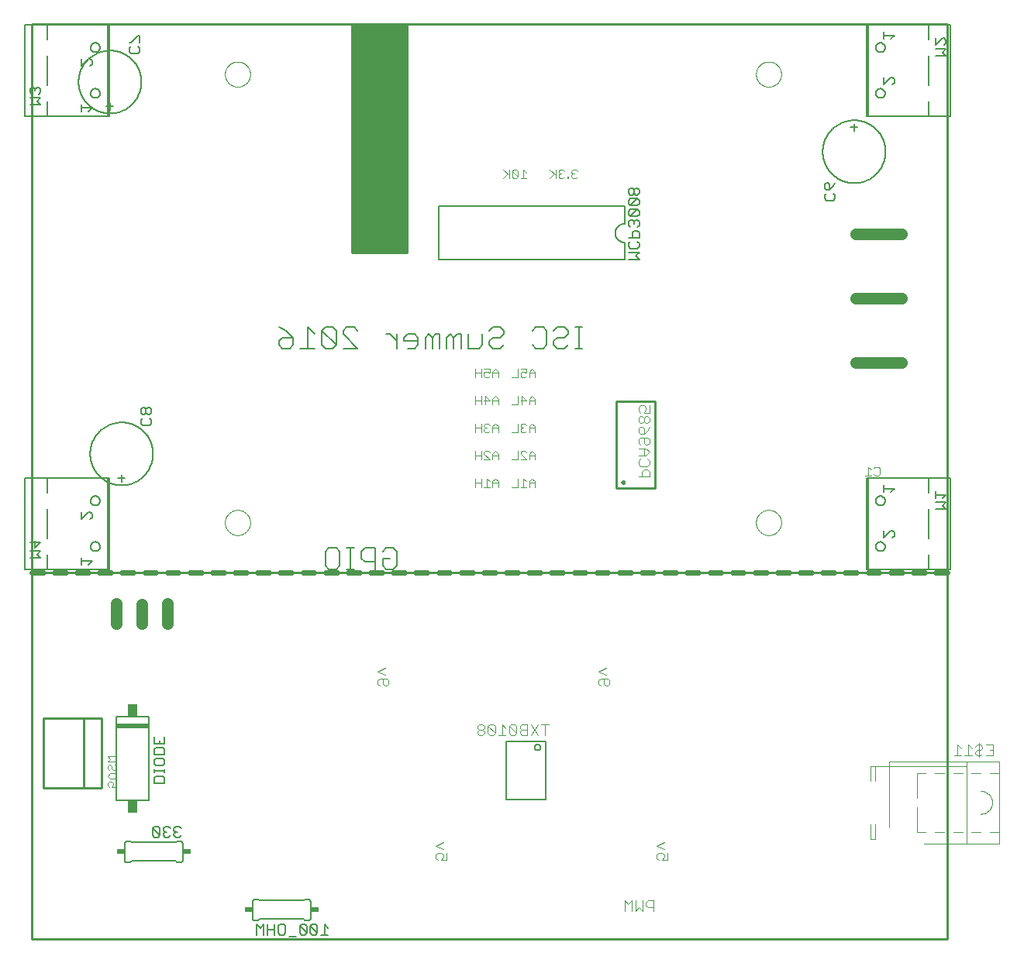
<source format=gbo>
G75*
%MOIN*%
%OFA0B0*%
%FSLAX25Y25*%
%IPPOS*%
%LPD*%
%AMOC8*
5,1,8,0,0,1.08239X$1,22.5*
%
%ADD10C,0.01000*%
%ADD11C,0.05000*%
%ADD12R,0.23622X0.98425*%
%ADD13C,0.00800*%
%ADD14C,0.02400*%
%ADD15C,0.00000*%
%ADD16C,0.00600*%
%ADD17C,0.00500*%
%ADD18C,0.00300*%
%ADD19C,0.00400*%
%ADD20R,0.14000X0.02000*%
%ADD21R,0.04200X0.05400*%
%ADD22C,0.00394*%
%ADD23R,0.03400X0.02400*%
D10*
X0013061Y0050702D02*
X0013061Y0208182D01*
X0406762Y0208182D01*
X0406762Y0444402D01*
X0174478Y0444402D01*
X0150856Y0444402D01*
X0150856Y0345977D01*
X0174478Y0345977D01*
X0174478Y0444402D01*
X0150856Y0444402D02*
X0013061Y0444402D01*
X0013061Y0208182D01*
X0018061Y0145702D02*
X0018061Y0115702D01*
X0035561Y0115702D01*
X0035561Y0145702D01*
X0018061Y0145702D01*
X0035561Y0145702D02*
X0043061Y0145702D01*
X0043061Y0115702D01*
X0035561Y0115702D01*
X0013061Y0050702D02*
X0406762Y0050702D01*
X0406762Y0208182D01*
X0281171Y0244599D02*
X0264636Y0244599D01*
X0264636Y0282001D01*
X0281171Y0282001D01*
X0281171Y0244599D01*
X0266952Y0247158D02*
X0266954Y0247200D01*
X0266960Y0247241D01*
X0266970Y0247282D01*
X0266984Y0247322D01*
X0267001Y0247360D01*
X0267022Y0247396D01*
X0267046Y0247430D01*
X0267074Y0247462D01*
X0267104Y0247491D01*
X0267137Y0247516D01*
X0267172Y0247539D01*
X0267209Y0247558D01*
X0267248Y0247574D01*
X0267288Y0247586D01*
X0267329Y0247594D01*
X0267371Y0247598D01*
X0267413Y0247598D01*
X0267455Y0247594D01*
X0267496Y0247586D01*
X0267536Y0247574D01*
X0267575Y0247558D01*
X0267612Y0247539D01*
X0267647Y0247516D01*
X0267680Y0247491D01*
X0267710Y0247462D01*
X0267738Y0247430D01*
X0267762Y0247396D01*
X0267783Y0247360D01*
X0267800Y0247322D01*
X0267814Y0247282D01*
X0267824Y0247241D01*
X0267830Y0247200D01*
X0267832Y0247158D01*
X0267830Y0247116D01*
X0267824Y0247075D01*
X0267814Y0247034D01*
X0267800Y0246994D01*
X0267783Y0246956D01*
X0267762Y0246920D01*
X0267738Y0246886D01*
X0267710Y0246854D01*
X0267680Y0246825D01*
X0267647Y0246800D01*
X0267612Y0246777D01*
X0267575Y0246758D01*
X0267536Y0246742D01*
X0267496Y0246730D01*
X0267455Y0246722D01*
X0267413Y0246718D01*
X0267371Y0246718D01*
X0267329Y0246722D01*
X0267288Y0246730D01*
X0267248Y0246742D01*
X0267209Y0246758D01*
X0267172Y0246777D01*
X0267137Y0246800D01*
X0267104Y0246825D01*
X0267074Y0246854D01*
X0267046Y0246886D01*
X0267022Y0246920D01*
X0267001Y0246956D01*
X0266984Y0246994D01*
X0266970Y0247034D01*
X0266960Y0247075D01*
X0266954Y0247116D01*
X0266952Y0247158D01*
D11*
X0367392Y0298733D02*
X0387077Y0298733D01*
X0387077Y0326292D02*
X0367392Y0326292D01*
X0367392Y0353851D02*
X0387077Y0353851D01*
X0071561Y0194952D02*
X0071561Y0186452D01*
X0060561Y0186202D02*
X0060561Y0194702D01*
X0049311Y0194952D02*
X0049311Y0186452D01*
D12*
X0162667Y0395190D03*
D13*
X0151659Y0314010D02*
X0148589Y0314010D01*
X0147055Y0312476D01*
X0147055Y0310941D01*
X0153193Y0304802D01*
X0147055Y0304802D01*
X0143986Y0306337D02*
X0143986Y0312476D01*
X0142451Y0314010D01*
X0139382Y0314010D01*
X0137847Y0312476D01*
X0143986Y0306337D01*
X0142451Y0304802D01*
X0139382Y0304802D01*
X0137847Y0306337D01*
X0137847Y0312476D01*
X0134778Y0310941D02*
X0131708Y0314010D01*
X0131708Y0304802D01*
X0128639Y0304802D02*
X0134778Y0304802D01*
X0125570Y0306337D02*
X0124035Y0304802D01*
X0120966Y0304802D01*
X0119431Y0306337D01*
X0119431Y0307872D01*
X0120966Y0309406D01*
X0125570Y0309406D01*
X0125570Y0306337D01*
X0125570Y0309406D02*
X0122501Y0312476D01*
X0119431Y0314010D01*
X0151659Y0314010D02*
X0153193Y0312476D01*
X0165471Y0310941D02*
X0167005Y0310941D01*
X0170074Y0307872D01*
X0170074Y0310941D02*
X0170074Y0304802D01*
X0173144Y0307872D02*
X0173144Y0309406D01*
X0174678Y0310941D01*
X0177748Y0310941D01*
X0179282Y0309406D01*
X0179282Y0306337D01*
X0177748Y0304802D01*
X0174678Y0304802D01*
X0173144Y0307872D02*
X0179282Y0307872D01*
X0182352Y0309406D02*
X0182352Y0304802D01*
X0185421Y0304802D02*
X0185421Y0309406D01*
X0183886Y0310941D01*
X0182352Y0309406D01*
X0185421Y0309406D02*
X0186956Y0310941D01*
X0188490Y0310941D01*
X0188490Y0304802D01*
X0191559Y0304802D02*
X0191559Y0309406D01*
X0193094Y0310941D01*
X0194629Y0309406D01*
X0194629Y0304802D01*
X0197698Y0304802D02*
X0197698Y0310941D01*
X0196163Y0310941D01*
X0194629Y0309406D01*
X0200767Y0310941D02*
X0200767Y0304802D01*
X0205371Y0304802D01*
X0206906Y0306337D01*
X0206906Y0310941D01*
X0209975Y0312476D02*
X0211510Y0314010D01*
X0214579Y0314010D01*
X0216114Y0312476D01*
X0216114Y0310941D01*
X0214579Y0309406D01*
X0211510Y0309406D01*
X0209975Y0307872D01*
X0209975Y0306337D01*
X0211510Y0304802D01*
X0214579Y0304802D01*
X0216114Y0306337D01*
X0228391Y0306337D02*
X0229926Y0304802D01*
X0232995Y0304802D01*
X0234529Y0306337D01*
X0234529Y0312476D01*
X0232995Y0314010D01*
X0229926Y0314010D01*
X0228391Y0312476D01*
X0237599Y0312476D02*
X0239133Y0314010D01*
X0242203Y0314010D01*
X0243737Y0312476D01*
X0243737Y0310941D01*
X0242203Y0309406D01*
X0239133Y0309406D01*
X0237599Y0307872D01*
X0237599Y0306337D01*
X0239133Y0304802D01*
X0242203Y0304802D01*
X0243737Y0306337D01*
X0246807Y0304802D02*
X0249876Y0304802D01*
X0248341Y0304802D02*
X0248341Y0314010D01*
X0246807Y0314010D02*
X0249876Y0314010D01*
X0168589Y0219010D02*
X0165520Y0219010D01*
X0163985Y0217476D01*
X0163985Y0214406D02*
X0167055Y0214406D01*
X0163985Y0214406D02*
X0163985Y0211337D01*
X0165520Y0209802D01*
X0168589Y0209802D01*
X0170124Y0211337D01*
X0170124Y0217476D01*
X0168589Y0219010D01*
X0160916Y0219010D02*
X0160916Y0209802D01*
X0160916Y0212872D02*
X0156312Y0212872D01*
X0154778Y0214406D01*
X0154778Y0217476D01*
X0156312Y0219010D01*
X0160916Y0219010D01*
X0151708Y0219010D02*
X0148639Y0219010D01*
X0150174Y0219010D02*
X0150174Y0209802D01*
X0151708Y0209802D02*
X0148639Y0209802D01*
X0145570Y0211337D02*
X0144035Y0209802D01*
X0140966Y0209802D01*
X0139431Y0211337D01*
X0139431Y0217476D01*
X0140966Y0219010D01*
X0144035Y0219010D01*
X0145570Y0217476D01*
X0145570Y0211337D01*
X0217096Y0135800D02*
X0234026Y0135800D01*
X0234026Y0110603D01*
X0217096Y0110603D01*
X0217096Y0135800D01*
X0229399Y0133143D02*
X0229401Y0133214D01*
X0229407Y0133285D01*
X0229417Y0133356D01*
X0229431Y0133425D01*
X0229448Y0133494D01*
X0229470Y0133562D01*
X0229495Y0133629D01*
X0229524Y0133694D01*
X0229556Y0133757D01*
X0229592Y0133819D01*
X0229631Y0133878D01*
X0229674Y0133935D01*
X0229719Y0133990D01*
X0229768Y0134042D01*
X0229819Y0134091D01*
X0229873Y0134137D01*
X0229930Y0134181D01*
X0229988Y0134221D01*
X0230049Y0134257D01*
X0230112Y0134291D01*
X0230177Y0134320D01*
X0230243Y0134346D01*
X0230311Y0134369D01*
X0230379Y0134387D01*
X0230449Y0134402D01*
X0230519Y0134413D01*
X0230590Y0134420D01*
X0230661Y0134423D01*
X0230732Y0134422D01*
X0230803Y0134417D01*
X0230874Y0134408D01*
X0230944Y0134395D01*
X0231013Y0134379D01*
X0231081Y0134358D01*
X0231148Y0134334D01*
X0231214Y0134306D01*
X0231277Y0134274D01*
X0231339Y0134239D01*
X0231399Y0134201D01*
X0231457Y0134159D01*
X0231512Y0134115D01*
X0231565Y0134067D01*
X0231615Y0134016D01*
X0231662Y0133963D01*
X0231706Y0133907D01*
X0231747Y0133849D01*
X0231785Y0133788D01*
X0231819Y0133726D01*
X0231849Y0133661D01*
X0231876Y0133596D01*
X0231900Y0133528D01*
X0231919Y0133460D01*
X0231935Y0133391D01*
X0231947Y0133320D01*
X0231955Y0133250D01*
X0231959Y0133179D01*
X0231959Y0133107D01*
X0231955Y0133036D01*
X0231947Y0132966D01*
X0231935Y0132895D01*
X0231919Y0132826D01*
X0231900Y0132758D01*
X0231876Y0132690D01*
X0231849Y0132625D01*
X0231819Y0132560D01*
X0231785Y0132498D01*
X0231747Y0132437D01*
X0231706Y0132379D01*
X0231662Y0132323D01*
X0231615Y0132270D01*
X0231565Y0132219D01*
X0231512Y0132171D01*
X0231457Y0132127D01*
X0231399Y0132085D01*
X0231339Y0132047D01*
X0231277Y0132012D01*
X0231214Y0131980D01*
X0231148Y0131952D01*
X0231081Y0131928D01*
X0231013Y0131907D01*
X0230944Y0131891D01*
X0230874Y0131878D01*
X0230803Y0131869D01*
X0230732Y0131864D01*
X0230661Y0131863D01*
X0230590Y0131866D01*
X0230519Y0131873D01*
X0230449Y0131884D01*
X0230379Y0131899D01*
X0230311Y0131917D01*
X0230243Y0131940D01*
X0230177Y0131966D01*
X0230112Y0131995D01*
X0230049Y0132029D01*
X0229988Y0132065D01*
X0229930Y0132105D01*
X0229873Y0132149D01*
X0229819Y0132195D01*
X0229768Y0132244D01*
X0229719Y0132296D01*
X0229674Y0132351D01*
X0229631Y0132408D01*
X0229592Y0132467D01*
X0229556Y0132529D01*
X0229524Y0132592D01*
X0229495Y0132657D01*
X0229470Y0132724D01*
X0229448Y0132792D01*
X0229431Y0132861D01*
X0229417Y0132930D01*
X0229407Y0133001D01*
X0229401Y0133072D01*
X0229399Y0133143D01*
D14*
X0231810Y0208182D02*
X0226891Y0208182D01*
X0222091Y0208182D02*
X0217171Y0208182D01*
X0212371Y0208182D02*
X0207452Y0208182D01*
X0202652Y0208182D02*
X0197732Y0208182D01*
X0192932Y0208182D02*
X0188013Y0208182D01*
X0183213Y0208182D02*
X0178293Y0208182D01*
X0173493Y0208182D02*
X0168574Y0208182D01*
X0163774Y0208182D02*
X0158854Y0208182D01*
X0154054Y0208182D02*
X0149134Y0208182D01*
X0144334Y0208182D02*
X0139415Y0208182D01*
X0134615Y0208182D02*
X0129695Y0208182D01*
X0124895Y0208182D02*
X0119976Y0208182D01*
X0115176Y0208182D02*
X0110256Y0208182D01*
X0105456Y0208182D02*
X0100537Y0208182D01*
X0095737Y0208182D02*
X0090817Y0208182D01*
X0086017Y0208182D02*
X0081098Y0208182D01*
X0076298Y0208182D02*
X0071378Y0208182D01*
X0066578Y0208182D02*
X0061659Y0208182D01*
X0056859Y0208182D02*
X0051939Y0208182D01*
X0047139Y0208182D02*
X0042220Y0208182D01*
X0037420Y0208182D02*
X0032500Y0208182D01*
X0027700Y0208182D02*
X0022781Y0208182D01*
X0017981Y0208182D02*
X0013061Y0208182D01*
X0236610Y0208182D02*
X0241530Y0208182D01*
X0246330Y0208182D02*
X0251249Y0208182D01*
X0256049Y0208182D02*
X0260969Y0208182D01*
X0265769Y0208182D02*
X0270688Y0208182D01*
X0275488Y0208182D02*
X0280408Y0208182D01*
X0285208Y0208182D02*
X0290127Y0208182D01*
X0294927Y0208182D02*
X0299847Y0208182D01*
X0304647Y0208182D02*
X0309566Y0208182D01*
X0314366Y0208182D02*
X0319286Y0208182D01*
X0324086Y0208182D02*
X0329006Y0208182D01*
X0333806Y0208182D02*
X0338725Y0208182D01*
X0343525Y0208182D02*
X0348445Y0208182D01*
X0353245Y0208182D02*
X0358164Y0208182D01*
X0362964Y0208182D02*
X0367884Y0208182D01*
X0372684Y0208182D02*
X0377603Y0208182D01*
X0382403Y0208182D02*
X0387323Y0208182D01*
X0392123Y0208182D02*
X0397042Y0208182D01*
X0401842Y0208182D02*
X0406762Y0208182D01*
D15*
X0324577Y0229835D02*
X0324579Y0229982D01*
X0324585Y0230128D01*
X0324595Y0230274D01*
X0324609Y0230420D01*
X0324627Y0230566D01*
X0324648Y0230711D01*
X0324674Y0230855D01*
X0324704Y0230999D01*
X0324737Y0231141D01*
X0324774Y0231283D01*
X0324815Y0231424D01*
X0324860Y0231563D01*
X0324909Y0231702D01*
X0324961Y0231839D01*
X0325018Y0231974D01*
X0325077Y0232108D01*
X0325141Y0232240D01*
X0325208Y0232370D01*
X0325278Y0232499D01*
X0325352Y0232626D01*
X0325429Y0232750D01*
X0325510Y0232873D01*
X0325594Y0232993D01*
X0325681Y0233111D01*
X0325771Y0233226D01*
X0325864Y0233339D01*
X0325961Y0233450D01*
X0326060Y0233558D01*
X0326162Y0233663D01*
X0326267Y0233765D01*
X0326375Y0233864D01*
X0326486Y0233961D01*
X0326599Y0234054D01*
X0326714Y0234144D01*
X0326832Y0234231D01*
X0326952Y0234315D01*
X0327075Y0234396D01*
X0327199Y0234473D01*
X0327326Y0234547D01*
X0327455Y0234617D01*
X0327585Y0234684D01*
X0327717Y0234748D01*
X0327851Y0234807D01*
X0327986Y0234864D01*
X0328123Y0234916D01*
X0328262Y0234965D01*
X0328401Y0235010D01*
X0328542Y0235051D01*
X0328684Y0235088D01*
X0328826Y0235121D01*
X0328970Y0235151D01*
X0329114Y0235177D01*
X0329259Y0235198D01*
X0329405Y0235216D01*
X0329551Y0235230D01*
X0329697Y0235240D01*
X0329843Y0235246D01*
X0329990Y0235248D01*
X0330137Y0235246D01*
X0330283Y0235240D01*
X0330429Y0235230D01*
X0330575Y0235216D01*
X0330721Y0235198D01*
X0330866Y0235177D01*
X0331010Y0235151D01*
X0331154Y0235121D01*
X0331296Y0235088D01*
X0331438Y0235051D01*
X0331579Y0235010D01*
X0331718Y0234965D01*
X0331857Y0234916D01*
X0331994Y0234864D01*
X0332129Y0234807D01*
X0332263Y0234748D01*
X0332395Y0234684D01*
X0332525Y0234617D01*
X0332654Y0234547D01*
X0332781Y0234473D01*
X0332905Y0234396D01*
X0333028Y0234315D01*
X0333148Y0234231D01*
X0333266Y0234144D01*
X0333381Y0234054D01*
X0333494Y0233961D01*
X0333605Y0233864D01*
X0333713Y0233765D01*
X0333818Y0233663D01*
X0333920Y0233558D01*
X0334019Y0233450D01*
X0334116Y0233339D01*
X0334209Y0233226D01*
X0334299Y0233111D01*
X0334386Y0232993D01*
X0334470Y0232873D01*
X0334551Y0232750D01*
X0334628Y0232626D01*
X0334702Y0232499D01*
X0334772Y0232370D01*
X0334839Y0232240D01*
X0334903Y0232108D01*
X0334962Y0231974D01*
X0335019Y0231839D01*
X0335071Y0231702D01*
X0335120Y0231563D01*
X0335165Y0231424D01*
X0335206Y0231283D01*
X0335243Y0231141D01*
X0335276Y0230999D01*
X0335306Y0230855D01*
X0335332Y0230711D01*
X0335353Y0230566D01*
X0335371Y0230420D01*
X0335385Y0230274D01*
X0335395Y0230128D01*
X0335401Y0229982D01*
X0335403Y0229835D01*
X0335401Y0229688D01*
X0335395Y0229542D01*
X0335385Y0229396D01*
X0335371Y0229250D01*
X0335353Y0229104D01*
X0335332Y0228959D01*
X0335306Y0228815D01*
X0335276Y0228671D01*
X0335243Y0228529D01*
X0335206Y0228387D01*
X0335165Y0228246D01*
X0335120Y0228107D01*
X0335071Y0227968D01*
X0335019Y0227831D01*
X0334962Y0227696D01*
X0334903Y0227562D01*
X0334839Y0227430D01*
X0334772Y0227300D01*
X0334702Y0227171D01*
X0334628Y0227044D01*
X0334551Y0226920D01*
X0334470Y0226797D01*
X0334386Y0226677D01*
X0334299Y0226559D01*
X0334209Y0226444D01*
X0334116Y0226331D01*
X0334019Y0226220D01*
X0333920Y0226112D01*
X0333818Y0226007D01*
X0333713Y0225905D01*
X0333605Y0225806D01*
X0333494Y0225709D01*
X0333381Y0225616D01*
X0333266Y0225526D01*
X0333148Y0225439D01*
X0333028Y0225355D01*
X0332905Y0225274D01*
X0332781Y0225197D01*
X0332654Y0225123D01*
X0332525Y0225053D01*
X0332395Y0224986D01*
X0332263Y0224922D01*
X0332129Y0224863D01*
X0331994Y0224806D01*
X0331857Y0224754D01*
X0331718Y0224705D01*
X0331579Y0224660D01*
X0331438Y0224619D01*
X0331296Y0224582D01*
X0331154Y0224549D01*
X0331010Y0224519D01*
X0330866Y0224493D01*
X0330721Y0224472D01*
X0330575Y0224454D01*
X0330429Y0224440D01*
X0330283Y0224430D01*
X0330137Y0224424D01*
X0329990Y0224422D01*
X0329843Y0224424D01*
X0329697Y0224430D01*
X0329551Y0224440D01*
X0329405Y0224454D01*
X0329259Y0224472D01*
X0329114Y0224493D01*
X0328970Y0224519D01*
X0328826Y0224549D01*
X0328684Y0224582D01*
X0328542Y0224619D01*
X0328401Y0224660D01*
X0328262Y0224705D01*
X0328123Y0224754D01*
X0327986Y0224806D01*
X0327851Y0224863D01*
X0327717Y0224922D01*
X0327585Y0224986D01*
X0327455Y0225053D01*
X0327326Y0225123D01*
X0327199Y0225197D01*
X0327075Y0225274D01*
X0326952Y0225355D01*
X0326832Y0225439D01*
X0326714Y0225526D01*
X0326599Y0225616D01*
X0326486Y0225709D01*
X0326375Y0225806D01*
X0326267Y0225905D01*
X0326162Y0226007D01*
X0326060Y0226112D01*
X0325961Y0226220D01*
X0325864Y0226331D01*
X0325771Y0226444D01*
X0325681Y0226559D01*
X0325594Y0226677D01*
X0325510Y0226797D01*
X0325429Y0226920D01*
X0325352Y0227044D01*
X0325278Y0227171D01*
X0325208Y0227300D01*
X0325141Y0227430D01*
X0325077Y0227562D01*
X0325018Y0227696D01*
X0324961Y0227831D01*
X0324909Y0227968D01*
X0324860Y0228107D01*
X0324815Y0228246D01*
X0324774Y0228387D01*
X0324737Y0228529D01*
X0324704Y0228671D01*
X0324674Y0228815D01*
X0324648Y0228959D01*
X0324627Y0229104D01*
X0324609Y0229250D01*
X0324595Y0229396D01*
X0324585Y0229542D01*
X0324579Y0229688D01*
X0324577Y0229835D01*
X0324577Y0422749D02*
X0324579Y0422896D01*
X0324585Y0423042D01*
X0324595Y0423188D01*
X0324609Y0423334D01*
X0324627Y0423480D01*
X0324648Y0423625D01*
X0324674Y0423769D01*
X0324704Y0423913D01*
X0324737Y0424055D01*
X0324774Y0424197D01*
X0324815Y0424338D01*
X0324860Y0424477D01*
X0324909Y0424616D01*
X0324961Y0424753D01*
X0325018Y0424888D01*
X0325077Y0425022D01*
X0325141Y0425154D01*
X0325208Y0425284D01*
X0325278Y0425413D01*
X0325352Y0425540D01*
X0325429Y0425664D01*
X0325510Y0425787D01*
X0325594Y0425907D01*
X0325681Y0426025D01*
X0325771Y0426140D01*
X0325864Y0426253D01*
X0325961Y0426364D01*
X0326060Y0426472D01*
X0326162Y0426577D01*
X0326267Y0426679D01*
X0326375Y0426778D01*
X0326486Y0426875D01*
X0326599Y0426968D01*
X0326714Y0427058D01*
X0326832Y0427145D01*
X0326952Y0427229D01*
X0327075Y0427310D01*
X0327199Y0427387D01*
X0327326Y0427461D01*
X0327455Y0427531D01*
X0327585Y0427598D01*
X0327717Y0427662D01*
X0327851Y0427721D01*
X0327986Y0427778D01*
X0328123Y0427830D01*
X0328262Y0427879D01*
X0328401Y0427924D01*
X0328542Y0427965D01*
X0328684Y0428002D01*
X0328826Y0428035D01*
X0328970Y0428065D01*
X0329114Y0428091D01*
X0329259Y0428112D01*
X0329405Y0428130D01*
X0329551Y0428144D01*
X0329697Y0428154D01*
X0329843Y0428160D01*
X0329990Y0428162D01*
X0330137Y0428160D01*
X0330283Y0428154D01*
X0330429Y0428144D01*
X0330575Y0428130D01*
X0330721Y0428112D01*
X0330866Y0428091D01*
X0331010Y0428065D01*
X0331154Y0428035D01*
X0331296Y0428002D01*
X0331438Y0427965D01*
X0331579Y0427924D01*
X0331718Y0427879D01*
X0331857Y0427830D01*
X0331994Y0427778D01*
X0332129Y0427721D01*
X0332263Y0427662D01*
X0332395Y0427598D01*
X0332525Y0427531D01*
X0332654Y0427461D01*
X0332781Y0427387D01*
X0332905Y0427310D01*
X0333028Y0427229D01*
X0333148Y0427145D01*
X0333266Y0427058D01*
X0333381Y0426968D01*
X0333494Y0426875D01*
X0333605Y0426778D01*
X0333713Y0426679D01*
X0333818Y0426577D01*
X0333920Y0426472D01*
X0334019Y0426364D01*
X0334116Y0426253D01*
X0334209Y0426140D01*
X0334299Y0426025D01*
X0334386Y0425907D01*
X0334470Y0425787D01*
X0334551Y0425664D01*
X0334628Y0425540D01*
X0334702Y0425413D01*
X0334772Y0425284D01*
X0334839Y0425154D01*
X0334903Y0425022D01*
X0334962Y0424888D01*
X0335019Y0424753D01*
X0335071Y0424616D01*
X0335120Y0424477D01*
X0335165Y0424338D01*
X0335206Y0424197D01*
X0335243Y0424055D01*
X0335276Y0423913D01*
X0335306Y0423769D01*
X0335332Y0423625D01*
X0335353Y0423480D01*
X0335371Y0423334D01*
X0335385Y0423188D01*
X0335395Y0423042D01*
X0335401Y0422896D01*
X0335403Y0422749D01*
X0335401Y0422602D01*
X0335395Y0422456D01*
X0335385Y0422310D01*
X0335371Y0422164D01*
X0335353Y0422018D01*
X0335332Y0421873D01*
X0335306Y0421729D01*
X0335276Y0421585D01*
X0335243Y0421443D01*
X0335206Y0421301D01*
X0335165Y0421160D01*
X0335120Y0421021D01*
X0335071Y0420882D01*
X0335019Y0420745D01*
X0334962Y0420610D01*
X0334903Y0420476D01*
X0334839Y0420344D01*
X0334772Y0420214D01*
X0334702Y0420085D01*
X0334628Y0419958D01*
X0334551Y0419834D01*
X0334470Y0419711D01*
X0334386Y0419591D01*
X0334299Y0419473D01*
X0334209Y0419358D01*
X0334116Y0419245D01*
X0334019Y0419134D01*
X0333920Y0419026D01*
X0333818Y0418921D01*
X0333713Y0418819D01*
X0333605Y0418720D01*
X0333494Y0418623D01*
X0333381Y0418530D01*
X0333266Y0418440D01*
X0333148Y0418353D01*
X0333028Y0418269D01*
X0332905Y0418188D01*
X0332781Y0418111D01*
X0332654Y0418037D01*
X0332525Y0417967D01*
X0332395Y0417900D01*
X0332263Y0417836D01*
X0332129Y0417777D01*
X0331994Y0417720D01*
X0331857Y0417668D01*
X0331718Y0417619D01*
X0331579Y0417574D01*
X0331438Y0417533D01*
X0331296Y0417496D01*
X0331154Y0417463D01*
X0331010Y0417433D01*
X0330866Y0417407D01*
X0330721Y0417386D01*
X0330575Y0417368D01*
X0330429Y0417354D01*
X0330283Y0417344D01*
X0330137Y0417338D01*
X0329990Y0417336D01*
X0329843Y0417338D01*
X0329697Y0417344D01*
X0329551Y0417354D01*
X0329405Y0417368D01*
X0329259Y0417386D01*
X0329114Y0417407D01*
X0328970Y0417433D01*
X0328826Y0417463D01*
X0328684Y0417496D01*
X0328542Y0417533D01*
X0328401Y0417574D01*
X0328262Y0417619D01*
X0328123Y0417668D01*
X0327986Y0417720D01*
X0327851Y0417777D01*
X0327717Y0417836D01*
X0327585Y0417900D01*
X0327455Y0417967D01*
X0327326Y0418037D01*
X0327199Y0418111D01*
X0327075Y0418188D01*
X0326952Y0418269D01*
X0326832Y0418353D01*
X0326714Y0418440D01*
X0326599Y0418530D01*
X0326486Y0418623D01*
X0326375Y0418720D01*
X0326267Y0418819D01*
X0326162Y0418921D01*
X0326060Y0419026D01*
X0325961Y0419134D01*
X0325864Y0419245D01*
X0325771Y0419358D01*
X0325681Y0419473D01*
X0325594Y0419591D01*
X0325510Y0419711D01*
X0325429Y0419834D01*
X0325352Y0419958D01*
X0325278Y0420085D01*
X0325208Y0420214D01*
X0325141Y0420344D01*
X0325077Y0420476D01*
X0325018Y0420610D01*
X0324961Y0420745D01*
X0324909Y0420882D01*
X0324860Y0421021D01*
X0324815Y0421160D01*
X0324774Y0421301D01*
X0324737Y0421443D01*
X0324704Y0421585D01*
X0324674Y0421729D01*
X0324648Y0421873D01*
X0324627Y0422018D01*
X0324609Y0422164D01*
X0324595Y0422310D01*
X0324585Y0422456D01*
X0324579Y0422602D01*
X0324577Y0422749D01*
X0096231Y0422749D02*
X0096233Y0422896D01*
X0096239Y0423042D01*
X0096249Y0423188D01*
X0096263Y0423334D01*
X0096281Y0423480D01*
X0096302Y0423625D01*
X0096328Y0423769D01*
X0096358Y0423913D01*
X0096391Y0424055D01*
X0096428Y0424197D01*
X0096469Y0424338D01*
X0096514Y0424477D01*
X0096563Y0424616D01*
X0096615Y0424753D01*
X0096672Y0424888D01*
X0096731Y0425022D01*
X0096795Y0425154D01*
X0096862Y0425284D01*
X0096932Y0425413D01*
X0097006Y0425540D01*
X0097083Y0425664D01*
X0097164Y0425787D01*
X0097248Y0425907D01*
X0097335Y0426025D01*
X0097425Y0426140D01*
X0097518Y0426253D01*
X0097615Y0426364D01*
X0097714Y0426472D01*
X0097816Y0426577D01*
X0097921Y0426679D01*
X0098029Y0426778D01*
X0098140Y0426875D01*
X0098253Y0426968D01*
X0098368Y0427058D01*
X0098486Y0427145D01*
X0098606Y0427229D01*
X0098729Y0427310D01*
X0098853Y0427387D01*
X0098980Y0427461D01*
X0099109Y0427531D01*
X0099239Y0427598D01*
X0099371Y0427662D01*
X0099505Y0427721D01*
X0099640Y0427778D01*
X0099777Y0427830D01*
X0099916Y0427879D01*
X0100055Y0427924D01*
X0100196Y0427965D01*
X0100338Y0428002D01*
X0100480Y0428035D01*
X0100624Y0428065D01*
X0100768Y0428091D01*
X0100913Y0428112D01*
X0101059Y0428130D01*
X0101205Y0428144D01*
X0101351Y0428154D01*
X0101497Y0428160D01*
X0101644Y0428162D01*
X0101791Y0428160D01*
X0101937Y0428154D01*
X0102083Y0428144D01*
X0102229Y0428130D01*
X0102375Y0428112D01*
X0102520Y0428091D01*
X0102664Y0428065D01*
X0102808Y0428035D01*
X0102950Y0428002D01*
X0103092Y0427965D01*
X0103233Y0427924D01*
X0103372Y0427879D01*
X0103511Y0427830D01*
X0103648Y0427778D01*
X0103783Y0427721D01*
X0103917Y0427662D01*
X0104049Y0427598D01*
X0104179Y0427531D01*
X0104308Y0427461D01*
X0104435Y0427387D01*
X0104559Y0427310D01*
X0104682Y0427229D01*
X0104802Y0427145D01*
X0104920Y0427058D01*
X0105035Y0426968D01*
X0105148Y0426875D01*
X0105259Y0426778D01*
X0105367Y0426679D01*
X0105472Y0426577D01*
X0105574Y0426472D01*
X0105673Y0426364D01*
X0105770Y0426253D01*
X0105863Y0426140D01*
X0105953Y0426025D01*
X0106040Y0425907D01*
X0106124Y0425787D01*
X0106205Y0425664D01*
X0106282Y0425540D01*
X0106356Y0425413D01*
X0106426Y0425284D01*
X0106493Y0425154D01*
X0106557Y0425022D01*
X0106616Y0424888D01*
X0106673Y0424753D01*
X0106725Y0424616D01*
X0106774Y0424477D01*
X0106819Y0424338D01*
X0106860Y0424197D01*
X0106897Y0424055D01*
X0106930Y0423913D01*
X0106960Y0423769D01*
X0106986Y0423625D01*
X0107007Y0423480D01*
X0107025Y0423334D01*
X0107039Y0423188D01*
X0107049Y0423042D01*
X0107055Y0422896D01*
X0107057Y0422749D01*
X0107055Y0422602D01*
X0107049Y0422456D01*
X0107039Y0422310D01*
X0107025Y0422164D01*
X0107007Y0422018D01*
X0106986Y0421873D01*
X0106960Y0421729D01*
X0106930Y0421585D01*
X0106897Y0421443D01*
X0106860Y0421301D01*
X0106819Y0421160D01*
X0106774Y0421021D01*
X0106725Y0420882D01*
X0106673Y0420745D01*
X0106616Y0420610D01*
X0106557Y0420476D01*
X0106493Y0420344D01*
X0106426Y0420214D01*
X0106356Y0420085D01*
X0106282Y0419958D01*
X0106205Y0419834D01*
X0106124Y0419711D01*
X0106040Y0419591D01*
X0105953Y0419473D01*
X0105863Y0419358D01*
X0105770Y0419245D01*
X0105673Y0419134D01*
X0105574Y0419026D01*
X0105472Y0418921D01*
X0105367Y0418819D01*
X0105259Y0418720D01*
X0105148Y0418623D01*
X0105035Y0418530D01*
X0104920Y0418440D01*
X0104802Y0418353D01*
X0104682Y0418269D01*
X0104559Y0418188D01*
X0104435Y0418111D01*
X0104308Y0418037D01*
X0104179Y0417967D01*
X0104049Y0417900D01*
X0103917Y0417836D01*
X0103783Y0417777D01*
X0103648Y0417720D01*
X0103511Y0417668D01*
X0103372Y0417619D01*
X0103233Y0417574D01*
X0103092Y0417533D01*
X0102950Y0417496D01*
X0102808Y0417463D01*
X0102664Y0417433D01*
X0102520Y0417407D01*
X0102375Y0417386D01*
X0102229Y0417368D01*
X0102083Y0417354D01*
X0101937Y0417344D01*
X0101791Y0417338D01*
X0101644Y0417336D01*
X0101497Y0417338D01*
X0101351Y0417344D01*
X0101205Y0417354D01*
X0101059Y0417368D01*
X0100913Y0417386D01*
X0100768Y0417407D01*
X0100624Y0417433D01*
X0100480Y0417463D01*
X0100338Y0417496D01*
X0100196Y0417533D01*
X0100055Y0417574D01*
X0099916Y0417619D01*
X0099777Y0417668D01*
X0099640Y0417720D01*
X0099505Y0417777D01*
X0099371Y0417836D01*
X0099239Y0417900D01*
X0099109Y0417967D01*
X0098980Y0418037D01*
X0098853Y0418111D01*
X0098729Y0418188D01*
X0098606Y0418269D01*
X0098486Y0418353D01*
X0098368Y0418440D01*
X0098253Y0418530D01*
X0098140Y0418623D01*
X0098029Y0418720D01*
X0097921Y0418819D01*
X0097816Y0418921D01*
X0097714Y0419026D01*
X0097615Y0419134D01*
X0097518Y0419245D01*
X0097425Y0419358D01*
X0097335Y0419473D01*
X0097248Y0419591D01*
X0097164Y0419711D01*
X0097083Y0419834D01*
X0097006Y0419958D01*
X0096932Y0420085D01*
X0096862Y0420214D01*
X0096795Y0420344D01*
X0096731Y0420476D01*
X0096672Y0420610D01*
X0096615Y0420745D01*
X0096563Y0420882D01*
X0096514Y0421021D01*
X0096469Y0421160D01*
X0096428Y0421301D01*
X0096391Y0421443D01*
X0096358Y0421585D01*
X0096328Y0421729D01*
X0096302Y0421873D01*
X0096281Y0422018D01*
X0096263Y0422164D01*
X0096249Y0422310D01*
X0096239Y0422456D01*
X0096233Y0422602D01*
X0096231Y0422749D01*
X0096231Y0229835D02*
X0096233Y0229982D01*
X0096239Y0230128D01*
X0096249Y0230274D01*
X0096263Y0230420D01*
X0096281Y0230566D01*
X0096302Y0230711D01*
X0096328Y0230855D01*
X0096358Y0230999D01*
X0096391Y0231141D01*
X0096428Y0231283D01*
X0096469Y0231424D01*
X0096514Y0231563D01*
X0096563Y0231702D01*
X0096615Y0231839D01*
X0096672Y0231974D01*
X0096731Y0232108D01*
X0096795Y0232240D01*
X0096862Y0232370D01*
X0096932Y0232499D01*
X0097006Y0232626D01*
X0097083Y0232750D01*
X0097164Y0232873D01*
X0097248Y0232993D01*
X0097335Y0233111D01*
X0097425Y0233226D01*
X0097518Y0233339D01*
X0097615Y0233450D01*
X0097714Y0233558D01*
X0097816Y0233663D01*
X0097921Y0233765D01*
X0098029Y0233864D01*
X0098140Y0233961D01*
X0098253Y0234054D01*
X0098368Y0234144D01*
X0098486Y0234231D01*
X0098606Y0234315D01*
X0098729Y0234396D01*
X0098853Y0234473D01*
X0098980Y0234547D01*
X0099109Y0234617D01*
X0099239Y0234684D01*
X0099371Y0234748D01*
X0099505Y0234807D01*
X0099640Y0234864D01*
X0099777Y0234916D01*
X0099916Y0234965D01*
X0100055Y0235010D01*
X0100196Y0235051D01*
X0100338Y0235088D01*
X0100480Y0235121D01*
X0100624Y0235151D01*
X0100768Y0235177D01*
X0100913Y0235198D01*
X0101059Y0235216D01*
X0101205Y0235230D01*
X0101351Y0235240D01*
X0101497Y0235246D01*
X0101644Y0235248D01*
X0101791Y0235246D01*
X0101937Y0235240D01*
X0102083Y0235230D01*
X0102229Y0235216D01*
X0102375Y0235198D01*
X0102520Y0235177D01*
X0102664Y0235151D01*
X0102808Y0235121D01*
X0102950Y0235088D01*
X0103092Y0235051D01*
X0103233Y0235010D01*
X0103372Y0234965D01*
X0103511Y0234916D01*
X0103648Y0234864D01*
X0103783Y0234807D01*
X0103917Y0234748D01*
X0104049Y0234684D01*
X0104179Y0234617D01*
X0104308Y0234547D01*
X0104435Y0234473D01*
X0104559Y0234396D01*
X0104682Y0234315D01*
X0104802Y0234231D01*
X0104920Y0234144D01*
X0105035Y0234054D01*
X0105148Y0233961D01*
X0105259Y0233864D01*
X0105367Y0233765D01*
X0105472Y0233663D01*
X0105574Y0233558D01*
X0105673Y0233450D01*
X0105770Y0233339D01*
X0105863Y0233226D01*
X0105953Y0233111D01*
X0106040Y0232993D01*
X0106124Y0232873D01*
X0106205Y0232750D01*
X0106282Y0232626D01*
X0106356Y0232499D01*
X0106426Y0232370D01*
X0106493Y0232240D01*
X0106557Y0232108D01*
X0106616Y0231974D01*
X0106673Y0231839D01*
X0106725Y0231702D01*
X0106774Y0231563D01*
X0106819Y0231424D01*
X0106860Y0231283D01*
X0106897Y0231141D01*
X0106930Y0230999D01*
X0106960Y0230855D01*
X0106986Y0230711D01*
X0107007Y0230566D01*
X0107025Y0230420D01*
X0107039Y0230274D01*
X0107049Y0230128D01*
X0107055Y0229982D01*
X0107057Y0229835D01*
X0107055Y0229688D01*
X0107049Y0229542D01*
X0107039Y0229396D01*
X0107025Y0229250D01*
X0107007Y0229104D01*
X0106986Y0228959D01*
X0106960Y0228815D01*
X0106930Y0228671D01*
X0106897Y0228529D01*
X0106860Y0228387D01*
X0106819Y0228246D01*
X0106774Y0228107D01*
X0106725Y0227968D01*
X0106673Y0227831D01*
X0106616Y0227696D01*
X0106557Y0227562D01*
X0106493Y0227430D01*
X0106426Y0227300D01*
X0106356Y0227171D01*
X0106282Y0227044D01*
X0106205Y0226920D01*
X0106124Y0226797D01*
X0106040Y0226677D01*
X0105953Y0226559D01*
X0105863Y0226444D01*
X0105770Y0226331D01*
X0105673Y0226220D01*
X0105574Y0226112D01*
X0105472Y0226007D01*
X0105367Y0225905D01*
X0105259Y0225806D01*
X0105148Y0225709D01*
X0105035Y0225616D01*
X0104920Y0225526D01*
X0104802Y0225439D01*
X0104682Y0225355D01*
X0104559Y0225274D01*
X0104435Y0225197D01*
X0104308Y0225123D01*
X0104179Y0225053D01*
X0104049Y0224986D01*
X0103917Y0224922D01*
X0103783Y0224863D01*
X0103648Y0224806D01*
X0103511Y0224754D01*
X0103372Y0224705D01*
X0103233Y0224660D01*
X0103092Y0224619D01*
X0102950Y0224582D01*
X0102808Y0224549D01*
X0102664Y0224519D01*
X0102520Y0224493D01*
X0102375Y0224472D01*
X0102229Y0224454D01*
X0102083Y0224440D01*
X0101937Y0224430D01*
X0101791Y0224424D01*
X0101644Y0224422D01*
X0101497Y0224424D01*
X0101351Y0224430D01*
X0101205Y0224440D01*
X0101059Y0224454D01*
X0100913Y0224472D01*
X0100768Y0224493D01*
X0100624Y0224519D01*
X0100480Y0224549D01*
X0100338Y0224582D01*
X0100196Y0224619D01*
X0100055Y0224660D01*
X0099916Y0224705D01*
X0099777Y0224754D01*
X0099640Y0224806D01*
X0099505Y0224863D01*
X0099371Y0224922D01*
X0099239Y0224986D01*
X0099109Y0225053D01*
X0098980Y0225123D01*
X0098853Y0225197D01*
X0098729Y0225274D01*
X0098606Y0225355D01*
X0098486Y0225439D01*
X0098368Y0225526D01*
X0098253Y0225616D01*
X0098140Y0225709D01*
X0098029Y0225806D01*
X0097921Y0225905D01*
X0097816Y0226007D01*
X0097714Y0226112D01*
X0097615Y0226220D01*
X0097518Y0226331D01*
X0097425Y0226444D01*
X0097335Y0226559D01*
X0097248Y0226677D01*
X0097164Y0226797D01*
X0097083Y0226920D01*
X0097006Y0227044D01*
X0096932Y0227171D01*
X0096862Y0227300D01*
X0096795Y0227430D01*
X0096731Y0227562D01*
X0096672Y0227696D01*
X0096615Y0227831D01*
X0096563Y0227968D01*
X0096514Y0228107D01*
X0096469Y0228246D01*
X0096428Y0228387D01*
X0096391Y0228529D01*
X0096358Y0228671D01*
X0096328Y0228815D01*
X0096302Y0228959D01*
X0096281Y0229104D01*
X0096263Y0229250D01*
X0096249Y0229396D01*
X0096239Y0229542D01*
X0096233Y0229688D01*
X0096231Y0229835D01*
D16*
X0053262Y0248902D02*
X0050262Y0248902D01*
X0051762Y0247402D02*
X0051762Y0250402D01*
X0046463Y0249060D02*
X0046463Y0209761D01*
X0045663Y0209761D01*
X0045663Y0249060D01*
X0019663Y0249060D01*
X0010262Y0249060D01*
X0010262Y0209761D01*
X0019663Y0209761D01*
X0045663Y0209761D01*
X0038462Y0219560D02*
X0038464Y0219649D01*
X0038470Y0219738D01*
X0038480Y0219827D01*
X0038494Y0219915D01*
X0038511Y0220002D01*
X0038533Y0220088D01*
X0038559Y0220174D01*
X0038588Y0220258D01*
X0038621Y0220341D01*
X0038657Y0220422D01*
X0038698Y0220502D01*
X0038741Y0220579D01*
X0038788Y0220655D01*
X0038839Y0220728D01*
X0038892Y0220799D01*
X0038949Y0220868D01*
X0039009Y0220934D01*
X0039072Y0220998D01*
X0039137Y0221058D01*
X0039205Y0221116D01*
X0039276Y0221170D01*
X0039349Y0221221D01*
X0039424Y0221269D01*
X0039501Y0221314D01*
X0039580Y0221355D01*
X0039661Y0221392D01*
X0039743Y0221426D01*
X0039827Y0221457D01*
X0039912Y0221483D01*
X0039998Y0221506D01*
X0040085Y0221524D01*
X0040173Y0221539D01*
X0040262Y0221550D01*
X0040351Y0221557D01*
X0040440Y0221560D01*
X0040529Y0221559D01*
X0040618Y0221554D01*
X0040706Y0221545D01*
X0040795Y0221532D01*
X0040882Y0221515D01*
X0040969Y0221495D01*
X0041055Y0221470D01*
X0041139Y0221442D01*
X0041222Y0221410D01*
X0041304Y0221374D01*
X0041384Y0221335D01*
X0041462Y0221292D01*
X0041538Y0221246D01*
X0041612Y0221196D01*
X0041684Y0221143D01*
X0041753Y0221087D01*
X0041820Y0221028D01*
X0041884Y0220966D01*
X0041945Y0220902D01*
X0042004Y0220834D01*
X0042059Y0220764D01*
X0042111Y0220692D01*
X0042160Y0220617D01*
X0042205Y0220541D01*
X0042247Y0220462D01*
X0042285Y0220382D01*
X0042320Y0220300D01*
X0042351Y0220216D01*
X0042379Y0220131D01*
X0042402Y0220045D01*
X0042422Y0219958D01*
X0042438Y0219871D01*
X0042450Y0219782D01*
X0042458Y0219694D01*
X0042462Y0219605D01*
X0042462Y0219515D01*
X0042458Y0219426D01*
X0042450Y0219338D01*
X0042438Y0219249D01*
X0042422Y0219162D01*
X0042402Y0219075D01*
X0042379Y0218989D01*
X0042351Y0218904D01*
X0042320Y0218820D01*
X0042285Y0218738D01*
X0042247Y0218658D01*
X0042205Y0218579D01*
X0042160Y0218503D01*
X0042111Y0218428D01*
X0042059Y0218356D01*
X0042004Y0218286D01*
X0041945Y0218218D01*
X0041884Y0218154D01*
X0041820Y0218092D01*
X0041753Y0218033D01*
X0041684Y0217977D01*
X0041612Y0217924D01*
X0041538Y0217874D01*
X0041462Y0217828D01*
X0041384Y0217785D01*
X0041304Y0217746D01*
X0041222Y0217710D01*
X0041139Y0217678D01*
X0041055Y0217650D01*
X0040969Y0217625D01*
X0040882Y0217605D01*
X0040795Y0217588D01*
X0040706Y0217575D01*
X0040618Y0217566D01*
X0040529Y0217561D01*
X0040440Y0217560D01*
X0040351Y0217563D01*
X0040262Y0217570D01*
X0040173Y0217581D01*
X0040085Y0217596D01*
X0039998Y0217614D01*
X0039912Y0217637D01*
X0039827Y0217663D01*
X0039743Y0217694D01*
X0039661Y0217728D01*
X0039580Y0217765D01*
X0039501Y0217806D01*
X0039424Y0217851D01*
X0039349Y0217899D01*
X0039276Y0217950D01*
X0039205Y0218004D01*
X0039137Y0218062D01*
X0039072Y0218122D01*
X0039009Y0218186D01*
X0038949Y0218252D01*
X0038892Y0218321D01*
X0038839Y0218392D01*
X0038788Y0218465D01*
X0038741Y0218541D01*
X0038698Y0218618D01*
X0038657Y0218698D01*
X0038621Y0218779D01*
X0038588Y0218862D01*
X0038559Y0218946D01*
X0038533Y0219032D01*
X0038511Y0219118D01*
X0038494Y0219205D01*
X0038480Y0219293D01*
X0038470Y0219382D01*
X0038464Y0219471D01*
X0038462Y0219560D01*
X0019663Y0223060D02*
X0019663Y0235761D01*
X0019663Y0242761D02*
X0019663Y0249060D01*
X0038462Y0239260D02*
X0038464Y0239349D01*
X0038470Y0239438D01*
X0038480Y0239527D01*
X0038494Y0239615D01*
X0038511Y0239702D01*
X0038533Y0239788D01*
X0038559Y0239874D01*
X0038588Y0239958D01*
X0038621Y0240041D01*
X0038657Y0240122D01*
X0038698Y0240202D01*
X0038741Y0240279D01*
X0038788Y0240355D01*
X0038839Y0240428D01*
X0038892Y0240499D01*
X0038949Y0240568D01*
X0039009Y0240634D01*
X0039072Y0240698D01*
X0039137Y0240758D01*
X0039205Y0240816D01*
X0039276Y0240870D01*
X0039349Y0240921D01*
X0039424Y0240969D01*
X0039501Y0241014D01*
X0039580Y0241055D01*
X0039661Y0241092D01*
X0039743Y0241126D01*
X0039827Y0241157D01*
X0039912Y0241183D01*
X0039998Y0241206D01*
X0040085Y0241224D01*
X0040173Y0241239D01*
X0040262Y0241250D01*
X0040351Y0241257D01*
X0040440Y0241260D01*
X0040529Y0241259D01*
X0040618Y0241254D01*
X0040706Y0241245D01*
X0040795Y0241232D01*
X0040882Y0241215D01*
X0040969Y0241195D01*
X0041055Y0241170D01*
X0041139Y0241142D01*
X0041222Y0241110D01*
X0041304Y0241074D01*
X0041384Y0241035D01*
X0041462Y0240992D01*
X0041538Y0240946D01*
X0041612Y0240896D01*
X0041684Y0240843D01*
X0041753Y0240787D01*
X0041820Y0240728D01*
X0041884Y0240666D01*
X0041945Y0240602D01*
X0042004Y0240534D01*
X0042059Y0240464D01*
X0042111Y0240392D01*
X0042160Y0240317D01*
X0042205Y0240241D01*
X0042247Y0240162D01*
X0042285Y0240082D01*
X0042320Y0240000D01*
X0042351Y0239916D01*
X0042379Y0239831D01*
X0042402Y0239745D01*
X0042422Y0239658D01*
X0042438Y0239571D01*
X0042450Y0239482D01*
X0042458Y0239394D01*
X0042462Y0239305D01*
X0042462Y0239215D01*
X0042458Y0239126D01*
X0042450Y0239038D01*
X0042438Y0238949D01*
X0042422Y0238862D01*
X0042402Y0238775D01*
X0042379Y0238689D01*
X0042351Y0238604D01*
X0042320Y0238520D01*
X0042285Y0238438D01*
X0042247Y0238358D01*
X0042205Y0238279D01*
X0042160Y0238203D01*
X0042111Y0238128D01*
X0042059Y0238056D01*
X0042004Y0237986D01*
X0041945Y0237918D01*
X0041884Y0237854D01*
X0041820Y0237792D01*
X0041753Y0237733D01*
X0041684Y0237677D01*
X0041612Y0237624D01*
X0041538Y0237574D01*
X0041462Y0237528D01*
X0041384Y0237485D01*
X0041304Y0237446D01*
X0041222Y0237410D01*
X0041139Y0237378D01*
X0041055Y0237350D01*
X0040969Y0237325D01*
X0040882Y0237305D01*
X0040795Y0237288D01*
X0040706Y0237275D01*
X0040618Y0237266D01*
X0040529Y0237261D01*
X0040440Y0237260D01*
X0040351Y0237263D01*
X0040262Y0237270D01*
X0040173Y0237281D01*
X0040085Y0237296D01*
X0039998Y0237314D01*
X0039912Y0237337D01*
X0039827Y0237363D01*
X0039743Y0237394D01*
X0039661Y0237428D01*
X0039580Y0237465D01*
X0039501Y0237506D01*
X0039424Y0237551D01*
X0039349Y0237599D01*
X0039276Y0237650D01*
X0039205Y0237704D01*
X0039137Y0237762D01*
X0039072Y0237822D01*
X0039009Y0237886D01*
X0038949Y0237952D01*
X0038892Y0238021D01*
X0038839Y0238092D01*
X0038788Y0238165D01*
X0038741Y0238241D01*
X0038698Y0238318D01*
X0038657Y0238398D01*
X0038621Y0238479D01*
X0038588Y0238562D01*
X0038559Y0238646D01*
X0038533Y0238732D01*
X0038511Y0238818D01*
X0038494Y0238905D01*
X0038480Y0238993D01*
X0038470Y0239082D01*
X0038464Y0239171D01*
X0038462Y0239260D01*
X0045663Y0249060D02*
X0046463Y0249060D01*
X0038262Y0259402D02*
X0038266Y0259733D01*
X0038278Y0260064D01*
X0038299Y0260395D01*
X0038327Y0260725D01*
X0038364Y0261055D01*
X0038408Y0261383D01*
X0038461Y0261710D01*
X0038521Y0262036D01*
X0038590Y0262360D01*
X0038667Y0262682D01*
X0038751Y0263003D01*
X0038843Y0263321D01*
X0038943Y0263637D01*
X0039051Y0263950D01*
X0039167Y0264261D01*
X0039290Y0264568D01*
X0039420Y0264873D01*
X0039558Y0265174D01*
X0039703Y0265472D01*
X0039856Y0265766D01*
X0040016Y0266056D01*
X0040183Y0266342D01*
X0040356Y0266624D01*
X0040537Y0266902D01*
X0040725Y0267175D01*
X0040919Y0267444D01*
X0041119Y0267708D01*
X0041326Y0267966D01*
X0041540Y0268220D01*
X0041759Y0268468D01*
X0041985Y0268711D01*
X0042216Y0268948D01*
X0042453Y0269179D01*
X0042696Y0269405D01*
X0042944Y0269624D01*
X0043198Y0269838D01*
X0043456Y0270045D01*
X0043720Y0270245D01*
X0043989Y0270439D01*
X0044262Y0270627D01*
X0044540Y0270808D01*
X0044822Y0270981D01*
X0045108Y0271148D01*
X0045398Y0271308D01*
X0045692Y0271461D01*
X0045990Y0271606D01*
X0046291Y0271744D01*
X0046596Y0271874D01*
X0046903Y0271997D01*
X0047214Y0272113D01*
X0047527Y0272221D01*
X0047843Y0272321D01*
X0048161Y0272413D01*
X0048482Y0272497D01*
X0048804Y0272574D01*
X0049128Y0272643D01*
X0049454Y0272703D01*
X0049781Y0272756D01*
X0050109Y0272800D01*
X0050439Y0272837D01*
X0050769Y0272865D01*
X0051100Y0272886D01*
X0051431Y0272898D01*
X0051762Y0272902D01*
X0052093Y0272898D01*
X0052424Y0272886D01*
X0052755Y0272865D01*
X0053085Y0272837D01*
X0053415Y0272800D01*
X0053743Y0272756D01*
X0054070Y0272703D01*
X0054396Y0272643D01*
X0054720Y0272574D01*
X0055042Y0272497D01*
X0055363Y0272413D01*
X0055681Y0272321D01*
X0055997Y0272221D01*
X0056310Y0272113D01*
X0056621Y0271997D01*
X0056928Y0271874D01*
X0057233Y0271744D01*
X0057534Y0271606D01*
X0057832Y0271461D01*
X0058126Y0271308D01*
X0058416Y0271148D01*
X0058702Y0270981D01*
X0058984Y0270808D01*
X0059262Y0270627D01*
X0059535Y0270439D01*
X0059804Y0270245D01*
X0060068Y0270045D01*
X0060326Y0269838D01*
X0060580Y0269624D01*
X0060828Y0269405D01*
X0061071Y0269179D01*
X0061308Y0268948D01*
X0061539Y0268711D01*
X0061765Y0268468D01*
X0061984Y0268220D01*
X0062198Y0267966D01*
X0062405Y0267708D01*
X0062605Y0267444D01*
X0062799Y0267175D01*
X0062987Y0266902D01*
X0063168Y0266624D01*
X0063341Y0266342D01*
X0063508Y0266056D01*
X0063668Y0265766D01*
X0063821Y0265472D01*
X0063966Y0265174D01*
X0064104Y0264873D01*
X0064234Y0264568D01*
X0064357Y0264261D01*
X0064473Y0263950D01*
X0064581Y0263637D01*
X0064681Y0263321D01*
X0064773Y0263003D01*
X0064857Y0262682D01*
X0064934Y0262360D01*
X0065003Y0262036D01*
X0065063Y0261710D01*
X0065116Y0261383D01*
X0065160Y0261055D01*
X0065197Y0260725D01*
X0065225Y0260395D01*
X0065246Y0260064D01*
X0065258Y0259733D01*
X0065262Y0259402D01*
X0065258Y0259071D01*
X0065246Y0258740D01*
X0065225Y0258409D01*
X0065197Y0258079D01*
X0065160Y0257749D01*
X0065116Y0257421D01*
X0065063Y0257094D01*
X0065003Y0256768D01*
X0064934Y0256444D01*
X0064857Y0256122D01*
X0064773Y0255801D01*
X0064681Y0255483D01*
X0064581Y0255167D01*
X0064473Y0254854D01*
X0064357Y0254543D01*
X0064234Y0254236D01*
X0064104Y0253931D01*
X0063966Y0253630D01*
X0063821Y0253332D01*
X0063668Y0253038D01*
X0063508Y0252748D01*
X0063341Y0252462D01*
X0063168Y0252180D01*
X0062987Y0251902D01*
X0062799Y0251629D01*
X0062605Y0251360D01*
X0062405Y0251096D01*
X0062198Y0250838D01*
X0061984Y0250584D01*
X0061765Y0250336D01*
X0061539Y0250093D01*
X0061308Y0249856D01*
X0061071Y0249625D01*
X0060828Y0249399D01*
X0060580Y0249180D01*
X0060326Y0248966D01*
X0060068Y0248759D01*
X0059804Y0248559D01*
X0059535Y0248365D01*
X0059262Y0248177D01*
X0058984Y0247996D01*
X0058702Y0247823D01*
X0058416Y0247656D01*
X0058126Y0247496D01*
X0057832Y0247343D01*
X0057534Y0247198D01*
X0057233Y0247060D01*
X0056928Y0246930D01*
X0056621Y0246807D01*
X0056310Y0246691D01*
X0055997Y0246583D01*
X0055681Y0246483D01*
X0055363Y0246391D01*
X0055042Y0246307D01*
X0054720Y0246230D01*
X0054396Y0246161D01*
X0054070Y0246101D01*
X0053743Y0246048D01*
X0053415Y0246004D01*
X0053085Y0245967D01*
X0052755Y0245939D01*
X0052424Y0245918D01*
X0052093Y0245906D01*
X0051762Y0245902D01*
X0051431Y0245906D01*
X0051100Y0245918D01*
X0050769Y0245939D01*
X0050439Y0245967D01*
X0050109Y0246004D01*
X0049781Y0246048D01*
X0049454Y0246101D01*
X0049128Y0246161D01*
X0048804Y0246230D01*
X0048482Y0246307D01*
X0048161Y0246391D01*
X0047843Y0246483D01*
X0047527Y0246583D01*
X0047214Y0246691D01*
X0046903Y0246807D01*
X0046596Y0246930D01*
X0046291Y0247060D01*
X0045990Y0247198D01*
X0045692Y0247343D01*
X0045398Y0247496D01*
X0045108Y0247656D01*
X0044822Y0247823D01*
X0044540Y0247996D01*
X0044262Y0248177D01*
X0043989Y0248365D01*
X0043720Y0248559D01*
X0043456Y0248759D01*
X0043198Y0248966D01*
X0042944Y0249180D01*
X0042696Y0249399D01*
X0042453Y0249625D01*
X0042216Y0249856D01*
X0041985Y0250093D01*
X0041759Y0250336D01*
X0041540Y0250584D01*
X0041326Y0250838D01*
X0041119Y0251096D01*
X0040919Y0251360D01*
X0040725Y0251629D01*
X0040537Y0251902D01*
X0040356Y0252180D01*
X0040183Y0252462D01*
X0040016Y0252748D01*
X0039856Y0253038D01*
X0039703Y0253332D01*
X0039558Y0253630D01*
X0039420Y0253931D01*
X0039290Y0254236D01*
X0039167Y0254543D01*
X0039051Y0254854D01*
X0038943Y0255167D01*
X0038843Y0255483D01*
X0038751Y0255801D01*
X0038667Y0256122D01*
X0038590Y0256444D01*
X0038521Y0256768D01*
X0038461Y0257094D01*
X0038408Y0257421D01*
X0038364Y0257749D01*
X0038327Y0258079D01*
X0038299Y0258409D01*
X0038278Y0258740D01*
X0038266Y0259071D01*
X0038262Y0259402D01*
X0019663Y0216060D02*
X0019663Y0209761D01*
X0049512Y0146402D02*
X0049512Y0110402D01*
X0063512Y0110402D01*
X0063512Y0146402D01*
X0049512Y0146402D01*
X0054061Y0092702D02*
X0055561Y0092702D01*
X0056061Y0092202D01*
X0075061Y0092202D01*
X0075561Y0092702D01*
X0077061Y0092702D01*
X0077121Y0092700D01*
X0077182Y0092695D01*
X0077241Y0092686D01*
X0077300Y0092673D01*
X0077359Y0092657D01*
X0077416Y0092637D01*
X0077471Y0092614D01*
X0077526Y0092587D01*
X0077578Y0092558D01*
X0077629Y0092525D01*
X0077678Y0092489D01*
X0077724Y0092451D01*
X0077768Y0092409D01*
X0077810Y0092365D01*
X0077848Y0092319D01*
X0077884Y0092270D01*
X0077917Y0092219D01*
X0077946Y0092167D01*
X0077973Y0092112D01*
X0077996Y0092057D01*
X0078016Y0092000D01*
X0078032Y0091941D01*
X0078045Y0091882D01*
X0078054Y0091823D01*
X0078059Y0091762D01*
X0078061Y0091702D01*
X0078061Y0084702D01*
X0078059Y0084642D01*
X0078054Y0084581D01*
X0078045Y0084522D01*
X0078032Y0084463D01*
X0078016Y0084404D01*
X0077996Y0084347D01*
X0077973Y0084292D01*
X0077946Y0084237D01*
X0077917Y0084185D01*
X0077884Y0084134D01*
X0077848Y0084085D01*
X0077810Y0084039D01*
X0077768Y0083995D01*
X0077724Y0083953D01*
X0077678Y0083915D01*
X0077629Y0083879D01*
X0077578Y0083846D01*
X0077526Y0083817D01*
X0077471Y0083790D01*
X0077416Y0083767D01*
X0077359Y0083747D01*
X0077300Y0083731D01*
X0077241Y0083718D01*
X0077182Y0083709D01*
X0077121Y0083704D01*
X0077061Y0083702D01*
X0075561Y0083702D01*
X0075061Y0084202D01*
X0056061Y0084202D01*
X0055561Y0083702D01*
X0054061Y0083702D01*
X0054001Y0083704D01*
X0053940Y0083709D01*
X0053881Y0083718D01*
X0053822Y0083731D01*
X0053763Y0083747D01*
X0053706Y0083767D01*
X0053651Y0083790D01*
X0053596Y0083817D01*
X0053544Y0083846D01*
X0053493Y0083879D01*
X0053444Y0083915D01*
X0053398Y0083953D01*
X0053354Y0083995D01*
X0053312Y0084039D01*
X0053274Y0084085D01*
X0053238Y0084134D01*
X0053205Y0084185D01*
X0053176Y0084237D01*
X0053149Y0084292D01*
X0053126Y0084347D01*
X0053106Y0084404D01*
X0053090Y0084463D01*
X0053077Y0084522D01*
X0053068Y0084581D01*
X0053063Y0084642D01*
X0053061Y0084702D01*
X0053061Y0091702D01*
X0053063Y0091762D01*
X0053068Y0091823D01*
X0053077Y0091882D01*
X0053090Y0091941D01*
X0053106Y0092000D01*
X0053126Y0092057D01*
X0053149Y0092112D01*
X0053176Y0092167D01*
X0053205Y0092219D01*
X0053238Y0092270D01*
X0053274Y0092319D01*
X0053312Y0092365D01*
X0053354Y0092409D01*
X0053398Y0092451D01*
X0053444Y0092489D01*
X0053493Y0092525D01*
X0053544Y0092558D01*
X0053596Y0092587D01*
X0053651Y0092614D01*
X0053706Y0092637D01*
X0053763Y0092657D01*
X0053822Y0092673D01*
X0053881Y0092686D01*
X0053940Y0092695D01*
X0054001Y0092700D01*
X0054061Y0092702D01*
X0108061Y0066702D02*
X0108061Y0059702D01*
X0108063Y0059642D01*
X0108068Y0059581D01*
X0108077Y0059522D01*
X0108090Y0059463D01*
X0108106Y0059404D01*
X0108126Y0059347D01*
X0108149Y0059292D01*
X0108176Y0059237D01*
X0108205Y0059185D01*
X0108238Y0059134D01*
X0108274Y0059085D01*
X0108312Y0059039D01*
X0108354Y0058995D01*
X0108398Y0058953D01*
X0108444Y0058915D01*
X0108493Y0058879D01*
X0108544Y0058846D01*
X0108596Y0058817D01*
X0108651Y0058790D01*
X0108706Y0058767D01*
X0108763Y0058747D01*
X0108822Y0058731D01*
X0108881Y0058718D01*
X0108940Y0058709D01*
X0109001Y0058704D01*
X0109061Y0058702D01*
X0110561Y0058702D01*
X0111061Y0059202D01*
X0130061Y0059202D01*
X0130561Y0058702D01*
X0132061Y0058702D01*
X0132121Y0058704D01*
X0132182Y0058709D01*
X0132241Y0058718D01*
X0132300Y0058731D01*
X0132359Y0058747D01*
X0132416Y0058767D01*
X0132471Y0058790D01*
X0132526Y0058817D01*
X0132578Y0058846D01*
X0132629Y0058879D01*
X0132678Y0058915D01*
X0132724Y0058953D01*
X0132768Y0058995D01*
X0132810Y0059039D01*
X0132848Y0059085D01*
X0132884Y0059134D01*
X0132917Y0059185D01*
X0132946Y0059237D01*
X0132973Y0059292D01*
X0132996Y0059347D01*
X0133016Y0059404D01*
X0133032Y0059463D01*
X0133045Y0059522D01*
X0133054Y0059581D01*
X0133059Y0059642D01*
X0133061Y0059702D01*
X0133061Y0066702D01*
X0133059Y0066762D01*
X0133054Y0066823D01*
X0133045Y0066882D01*
X0133032Y0066941D01*
X0133016Y0067000D01*
X0132996Y0067057D01*
X0132973Y0067112D01*
X0132946Y0067167D01*
X0132917Y0067219D01*
X0132884Y0067270D01*
X0132848Y0067319D01*
X0132810Y0067365D01*
X0132768Y0067409D01*
X0132724Y0067451D01*
X0132678Y0067489D01*
X0132629Y0067525D01*
X0132578Y0067558D01*
X0132526Y0067587D01*
X0132471Y0067614D01*
X0132416Y0067637D01*
X0132359Y0067657D01*
X0132300Y0067673D01*
X0132241Y0067686D01*
X0132182Y0067695D01*
X0132121Y0067700D01*
X0132061Y0067702D01*
X0130561Y0067702D01*
X0130061Y0067202D01*
X0111061Y0067202D01*
X0110561Y0067702D01*
X0109061Y0067702D01*
X0109001Y0067700D01*
X0108940Y0067695D01*
X0108881Y0067686D01*
X0108822Y0067673D01*
X0108763Y0067657D01*
X0108706Y0067637D01*
X0108651Y0067614D01*
X0108596Y0067587D01*
X0108544Y0067558D01*
X0108493Y0067525D01*
X0108444Y0067489D01*
X0108398Y0067451D01*
X0108354Y0067409D01*
X0108312Y0067365D01*
X0108274Y0067319D01*
X0108238Y0067270D01*
X0108205Y0067219D01*
X0108176Y0067167D01*
X0108149Y0067112D01*
X0108126Y0067057D01*
X0108106Y0067000D01*
X0108090Y0066941D01*
X0108077Y0066882D01*
X0108068Y0066823D01*
X0108063Y0066762D01*
X0108061Y0066702D01*
X0372061Y0209745D02*
X0372061Y0249044D01*
X0372860Y0249044D01*
X0372860Y0209745D01*
X0398860Y0209745D01*
X0408262Y0209745D01*
X0408262Y0249044D01*
X0398860Y0249044D01*
X0372860Y0249044D01*
X0376062Y0239245D02*
X0376064Y0239334D01*
X0376070Y0239423D01*
X0376080Y0239512D01*
X0376094Y0239600D01*
X0376111Y0239687D01*
X0376133Y0239773D01*
X0376159Y0239859D01*
X0376188Y0239943D01*
X0376221Y0240026D01*
X0376257Y0240107D01*
X0376298Y0240187D01*
X0376341Y0240264D01*
X0376388Y0240340D01*
X0376439Y0240413D01*
X0376492Y0240484D01*
X0376549Y0240553D01*
X0376609Y0240619D01*
X0376672Y0240683D01*
X0376737Y0240743D01*
X0376805Y0240801D01*
X0376876Y0240855D01*
X0376949Y0240906D01*
X0377024Y0240954D01*
X0377101Y0240999D01*
X0377180Y0241040D01*
X0377261Y0241077D01*
X0377343Y0241111D01*
X0377427Y0241142D01*
X0377512Y0241168D01*
X0377598Y0241191D01*
X0377685Y0241209D01*
X0377773Y0241224D01*
X0377862Y0241235D01*
X0377951Y0241242D01*
X0378040Y0241245D01*
X0378129Y0241244D01*
X0378218Y0241239D01*
X0378306Y0241230D01*
X0378395Y0241217D01*
X0378482Y0241200D01*
X0378569Y0241180D01*
X0378655Y0241155D01*
X0378739Y0241127D01*
X0378822Y0241095D01*
X0378904Y0241059D01*
X0378984Y0241020D01*
X0379062Y0240977D01*
X0379138Y0240931D01*
X0379212Y0240881D01*
X0379284Y0240828D01*
X0379353Y0240772D01*
X0379420Y0240713D01*
X0379484Y0240651D01*
X0379545Y0240587D01*
X0379604Y0240519D01*
X0379659Y0240449D01*
X0379711Y0240377D01*
X0379760Y0240302D01*
X0379805Y0240226D01*
X0379847Y0240147D01*
X0379885Y0240067D01*
X0379920Y0239985D01*
X0379951Y0239901D01*
X0379979Y0239816D01*
X0380002Y0239730D01*
X0380022Y0239643D01*
X0380038Y0239556D01*
X0380050Y0239467D01*
X0380058Y0239379D01*
X0380062Y0239290D01*
X0380062Y0239200D01*
X0380058Y0239111D01*
X0380050Y0239023D01*
X0380038Y0238934D01*
X0380022Y0238847D01*
X0380002Y0238760D01*
X0379979Y0238674D01*
X0379951Y0238589D01*
X0379920Y0238505D01*
X0379885Y0238423D01*
X0379847Y0238343D01*
X0379805Y0238264D01*
X0379760Y0238188D01*
X0379711Y0238113D01*
X0379659Y0238041D01*
X0379604Y0237971D01*
X0379545Y0237903D01*
X0379484Y0237839D01*
X0379420Y0237777D01*
X0379353Y0237718D01*
X0379284Y0237662D01*
X0379212Y0237609D01*
X0379138Y0237559D01*
X0379062Y0237513D01*
X0378984Y0237470D01*
X0378904Y0237431D01*
X0378822Y0237395D01*
X0378739Y0237363D01*
X0378655Y0237335D01*
X0378569Y0237310D01*
X0378482Y0237290D01*
X0378395Y0237273D01*
X0378306Y0237260D01*
X0378218Y0237251D01*
X0378129Y0237246D01*
X0378040Y0237245D01*
X0377951Y0237248D01*
X0377862Y0237255D01*
X0377773Y0237266D01*
X0377685Y0237281D01*
X0377598Y0237299D01*
X0377512Y0237322D01*
X0377427Y0237348D01*
X0377343Y0237379D01*
X0377261Y0237413D01*
X0377180Y0237450D01*
X0377101Y0237491D01*
X0377024Y0237536D01*
X0376949Y0237584D01*
X0376876Y0237635D01*
X0376805Y0237689D01*
X0376737Y0237747D01*
X0376672Y0237807D01*
X0376609Y0237871D01*
X0376549Y0237937D01*
X0376492Y0238006D01*
X0376439Y0238077D01*
X0376388Y0238150D01*
X0376341Y0238226D01*
X0376298Y0238303D01*
X0376257Y0238383D01*
X0376221Y0238464D01*
X0376188Y0238547D01*
X0376159Y0238631D01*
X0376133Y0238717D01*
X0376111Y0238803D01*
X0376094Y0238890D01*
X0376080Y0238978D01*
X0376070Y0239067D01*
X0376064Y0239156D01*
X0376062Y0239245D01*
X0376062Y0219545D02*
X0376064Y0219634D01*
X0376070Y0219723D01*
X0376080Y0219812D01*
X0376094Y0219900D01*
X0376111Y0219987D01*
X0376133Y0220073D01*
X0376159Y0220159D01*
X0376188Y0220243D01*
X0376221Y0220326D01*
X0376257Y0220407D01*
X0376298Y0220487D01*
X0376341Y0220564D01*
X0376388Y0220640D01*
X0376439Y0220713D01*
X0376492Y0220784D01*
X0376549Y0220853D01*
X0376609Y0220919D01*
X0376672Y0220983D01*
X0376737Y0221043D01*
X0376805Y0221101D01*
X0376876Y0221155D01*
X0376949Y0221206D01*
X0377024Y0221254D01*
X0377101Y0221299D01*
X0377180Y0221340D01*
X0377261Y0221377D01*
X0377343Y0221411D01*
X0377427Y0221442D01*
X0377512Y0221468D01*
X0377598Y0221491D01*
X0377685Y0221509D01*
X0377773Y0221524D01*
X0377862Y0221535D01*
X0377951Y0221542D01*
X0378040Y0221545D01*
X0378129Y0221544D01*
X0378218Y0221539D01*
X0378306Y0221530D01*
X0378395Y0221517D01*
X0378482Y0221500D01*
X0378569Y0221480D01*
X0378655Y0221455D01*
X0378739Y0221427D01*
X0378822Y0221395D01*
X0378904Y0221359D01*
X0378984Y0221320D01*
X0379062Y0221277D01*
X0379138Y0221231D01*
X0379212Y0221181D01*
X0379284Y0221128D01*
X0379353Y0221072D01*
X0379420Y0221013D01*
X0379484Y0220951D01*
X0379545Y0220887D01*
X0379604Y0220819D01*
X0379659Y0220749D01*
X0379711Y0220677D01*
X0379760Y0220602D01*
X0379805Y0220526D01*
X0379847Y0220447D01*
X0379885Y0220367D01*
X0379920Y0220285D01*
X0379951Y0220201D01*
X0379979Y0220116D01*
X0380002Y0220030D01*
X0380022Y0219943D01*
X0380038Y0219856D01*
X0380050Y0219767D01*
X0380058Y0219679D01*
X0380062Y0219590D01*
X0380062Y0219500D01*
X0380058Y0219411D01*
X0380050Y0219323D01*
X0380038Y0219234D01*
X0380022Y0219147D01*
X0380002Y0219060D01*
X0379979Y0218974D01*
X0379951Y0218889D01*
X0379920Y0218805D01*
X0379885Y0218723D01*
X0379847Y0218643D01*
X0379805Y0218564D01*
X0379760Y0218488D01*
X0379711Y0218413D01*
X0379659Y0218341D01*
X0379604Y0218271D01*
X0379545Y0218203D01*
X0379484Y0218139D01*
X0379420Y0218077D01*
X0379353Y0218018D01*
X0379284Y0217962D01*
X0379212Y0217909D01*
X0379138Y0217859D01*
X0379062Y0217813D01*
X0378984Y0217770D01*
X0378904Y0217731D01*
X0378822Y0217695D01*
X0378739Y0217663D01*
X0378655Y0217635D01*
X0378569Y0217610D01*
X0378482Y0217590D01*
X0378395Y0217573D01*
X0378306Y0217560D01*
X0378218Y0217551D01*
X0378129Y0217546D01*
X0378040Y0217545D01*
X0377951Y0217548D01*
X0377862Y0217555D01*
X0377773Y0217566D01*
X0377685Y0217581D01*
X0377598Y0217599D01*
X0377512Y0217622D01*
X0377427Y0217648D01*
X0377343Y0217679D01*
X0377261Y0217713D01*
X0377180Y0217750D01*
X0377101Y0217791D01*
X0377024Y0217836D01*
X0376949Y0217884D01*
X0376876Y0217935D01*
X0376805Y0217989D01*
X0376737Y0218047D01*
X0376672Y0218107D01*
X0376609Y0218171D01*
X0376549Y0218237D01*
X0376492Y0218306D01*
X0376439Y0218377D01*
X0376388Y0218450D01*
X0376341Y0218526D01*
X0376298Y0218603D01*
X0376257Y0218683D01*
X0376221Y0218764D01*
X0376188Y0218847D01*
X0376159Y0218931D01*
X0376133Y0219017D01*
X0376111Y0219103D01*
X0376094Y0219190D01*
X0376080Y0219278D01*
X0376070Y0219367D01*
X0376064Y0219456D01*
X0376062Y0219545D01*
X0372860Y0209745D02*
X0372061Y0209745D01*
X0398860Y0209745D02*
X0398860Y0216044D01*
X0398860Y0223044D02*
X0398860Y0235745D01*
X0398860Y0242745D02*
X0398860Y0249044D01*
X0268061Y0342902D02*
X0268061Y0350402D01*
X0267935Y0350404D01*
X0267810Y0350410D01*
X0267685Y0350420D01*
X0267560Y0350434D01*
X0267435Y0350451D01*
X0267311Y0350473D01*
X0267188Y0350498D01*
X0267066Y0350528D01*
X0266945Y0350561D01*
X0266825Y0350598D01*
X0266706Y0350638D01*
X0266589Y0350683D01*
X0266472Y0350731D01*
X0266358Y0350783D01*
X0266245Y0350838D01*
X0266134Y0350897D01*
X0266025Y0350959D01*
X0265918Y0351025D01*
X0265813Y0351094D01*
X0265710Y0351166D01*
X0265609Y0351241D01*
X0265511Y0351320D01*
X0265416Y0351402D01*
X0265323Y0351486D01*
X0265233Y0351574D01*
X0265145Y0351664D01*
X0265061Y0351757D01*
X0264979Y0351852D01*
X0264900Y0351950D01*
X0264825Y0352051D01*
X0264753Y0352154D01*
X0264684Y0352259D01*
X0264618Y0352366D01*
X0264556Y0352475D01*
X0264497Y0352586D01*
X0264442Y0352699D01*
X0264390Y0352813D01*
X0264342Y0352930D01*
X0264297Y0353047D01*
X0264257Y0353166D01*
X0264220Y0353286D01*
X0264187Y0353407D01*
X0264157Y0353529D01*
X0264132Y0353652D01*
X0264110Y0353776D01*
X0264093Y0353901D01*
X0264079Y0354026D01*
X0264069Y0354151D01*
X0264063Y0354276D01*
X0264061Y0354402D01*
X0264063Y0354528D01*
X0264069Y0354653D01*
X0264079Y0354778D01*
X0264093Y0354903D01*
X0264110Y0355028D01*
X0264132Y0355152D01*
X0264157Y0355275D01*
X0264187Y0355397D01*
X0264220Y0355518D01*
X0264257Y0355638D01*
X0264297Y0355757D01*
X0264342Y0355874D01*
X0264390Y0355991D01*
X0264442Y0356105D01*
X0264497Y0356218D01*
X0264556Y0356329D01*
X0264618Y0356438D01*
X0264684Y0356545D01*
X0264753Y0356650D01*
X0264825Y0356753D01*
X0264900Y0356854D01*
X0264979Y0356952D01*
X0265061Y0357047D01*
X0265145Y0357140D01*
X0265233Y0357230D01*
X0265323Y0357318D01*
X0265416Y0357402D01*
X0265511Y0357484D01*
X0265609Y0357563D01*
X0265710Y0357638D01*
X0265813Y0357710D01*
X0265918Y0357779D01*
X0266025Y0357845D01*
X0266134Y0357907D01*
X0266245Y0357966D01*
X0266358Y0358021D01*
X0266472Y0358073D01*
X0266589Y0358121D01*
X0266706Y0358166D01*
X0266825Y0358206D01*
X0266945Y0358243D01*
X0267066Y0358276D01*
X0267188Y0358306D01*
X0267311Y0358331D01*
X0267435Y0358353D01*
X0267560Y0358370D01*
X0267685Y0358384D01*
X0267810Y0358394D01*
X0267935Y0358400D01*
X0268061Y0358402D01*
X0268061Y0365902D01*
X0188061Y0365902D01*
X0188061Y0342902D01*
X0268061Y0342902D01*
X0365262Y0399902D02*
X0368262Y0399902D01*
X0366762Y0401402D02*
X0366762Y0398402D01*
X0372061Y0404745D02*
X0372061Y0444044D01*
X0372860Y0444044D01*
X0372860Y0404745D01*
X0398860Y0404745D01*
X0408262Y0404745D01*
X0408262Y0444044D01*
X0398860Y0444044D01*
X0372860Y0444044D01*
X0376062Y0434245D02*
X0376064Y0434334D01*
X0376070Y0434423D01*
X0376080Y0434512D01*
X0376094Y0434600D01*
X0376111Y0434687D01*
X0376133Y0434773D01*
X0376159Y0434859D01*
X0376188Y0434943D01*
X0376221Y0435026D01*
X0376257Y0435107D01*
X0376298Y0435187D01*
X0376341Y0435264D01*
X0376388Y0435340D01*
X0376439Y0435413D01*
X0376492Y0435484D01*
X0376549Y0435553D01*
X0376609Y0435619D01*
X0376672Y0435683D01*
X0376737Y0435743D01*
X0376805Y0435801D01*
X0376876Y0435855D01*
X0376949Y0435906D01*
X0377024Y0435954D01*
X0377101Y0435999D01*
X0377180Y0436040D01*
X0377261Y0436077D01*
X0377343Y0436111D01*
X0377427Y0436142D01*
X0377512Y0436168D01*
X0377598Y0436191D01*
X0377685Y0436209D01*
X0377773Y0436224D01*
X0377862Y0436235D01*
X0377951Y0436242D01*
X0378040Y0436245D01*
X0378129Y0436244D01*
X0378218Y0436239D01*
X0378306Y0436230D01*
X0378395Y0436217D01*
X0378482Y0436200D01*
X0378569Y0436180D01*
X0378655Y0436155D01*
X0378739Y0436127D01*
X0378822Y0436095D01*
X0378904Y0436059D01*
X0378984Y0436020D01*
X0379062Y0435977D01*
X0379138Y0435931D01*
X0379212Y0435881D01*
X0379284Y0435828D01*
X0379353Y0435772D01*
X0379420Y0435713D01*
X0379484Y0435651D01*
X0379545Y0435587D01*
X0379604Y0435519D01*
X0379659Y0435449D01*
X0379711Y0435377D01*
X0379760Y0435302D01*
X0379805Y0435226D01*
X0379847Y0435147D01*
X0379885Y0435067D01*
X0379920Y0434985D01*
X0379951Y0434901D01*
X0379979Y0434816D01*
X0380002Y0434730D01*
X0380022Y0434643D01*
X0380038Y0434556D01*
X0380050Y0434467D01*
X0380058Y0434379D01*
X0380062Y0434290D01*
X0380062Y0434200D01*
X0380058Y0434111D01*
X0380050Y0434023D01*
X0380038Y0433934D01*
X0380022Y0433847D01*
X0380002Y0433760D01*
X0379979Y0433674D01*
X0379951Y0433589D01*
X0379920Y0433505D01*
X0379885Y0433423D01*
X0379847Y0433343D01*
X0379805Y0433264D01*
X0379760Y0433188D01*
X0379711Y0433113D01*
X0379659Y0433041D01*
X0379604Y0432971D01*
X0379545Y0432903D01*
X0379484Y0432839D01*
X0379420Y0432777D01*
X0379353Y0432718D01*
X0379284Y0432662D01*
X0379212Y0432609D01*
X0379138Y0432559D01*
X0379062Y0432513D01*
X0378984Y0432470D01*
X0378904Y0432431D01*
X0378822Y0432395D01*
X0378739Y0432363D01*
X0378655Y0432335D01*
X0378569Y0432310D01*
X0378482Y0432290D01*
X0378395Y0432273D01*
X0378306Y0432260D01*
X0378218Y0432251D01*
X0378129Y0432246D01*
X0378040Y0432245D01*
X0377951Y0432248D01*
X0377862Y0432255D01*
X0377773Y0432266D01*
X0377685Y0432281D01*
X0377598Y0432299D01*
X0377512Y0432322D01*
X0377427Y0432348D01*
X0377343Y0432379D01*
X0377261Y0432413D01*
X0377180Y0432450D01*
X0377101Y0432491D01*
X0377024Y0432536D01*
X0376949Y0432584D01*
X0376876Y0432635D01*
X0376805Y0432689D01*
X0376737Y0432747D01*
X0376672Y0432807D01*
X0376609Y0432871D01*
X0376549Y0432937D01*
X0376492Y0433006D01*
X0376439Y0433077D01*
X0376388Y0433150D01*
X0376341Y0433226D01*
X0376298Y0433303D01*
X0376257Y0433383D01*
X0376221Y0433464D01*
X0376188Y0433547D01*
X0376159Y0433631D01*
X0376133Y0433717D01*
X0376111Y0433803D01*
X0376094Y0433890D01*
X0376080Y0433978D01*
X0376070Y0434067D01*
X0376064Y0434156D01*
X0376062Y0434245D01*
X0376062Y0414545D02*
X0376064Y0414634D01*
X0376070Y0414723D01*
X0376080Y0414812D01*
X0376094Y0414900D01*
X0376111Y0414987D01*
X0376133Y0415073D01*
X0376159Y0415159D01*
X0376188Y0415243D01*
X0376221Y0415326D01*
X0376257Y0415407D01*
X0376298Y0415487D01*
X0376341Y0415564D01*
X0376388Y0415640D01*
X0376439Y0415713D01*
X0376492Y0415784D01*
X0376549Y0415853D01*
X0376609Y0415919D01*
X0376672Y0415983D01*
X0376737Y0416043D01*
X0376805Y0416101D01*
X0376876Y0416155D01*
X0376949Y0416206D01*
X0377024Y0416254D01*
X0377101Y0416299D01*
X0377180Y0416340D01*
X0377261Y0416377D01*
X0377343Y0416411D01*
X0377427Y0416442D01*
X0377512Y0416468D01*
X0377598Y0416491D01*
X0377685Y0416509D01*
X0377773Y0416524D01*
X0377862Y0416535D01*
X0377951Y0416542D01*
X0378040Y0416545D01*
X0378129Y0416544D01*
X0378218Y0416539D01*
X0378306Y0416530D01*
X0378395Y0416517D01*
X0378482Y0416500D01*
X0378569Y0416480D01*
X0378655Y0416455D01*
X0378739Y0416427D01*
X0378822Y0416395D01*
X0378904Y0416359D01*
X0378984Y0416320D01*
X0379062Y0416277D01*
X0379138Y0416231D01*
X0379212Y0416181D01*
X0379284Y0416128D01*
X0379353Y0416072D01*
X0379420Y0416013D01*
X0379484Y0415951D01*
X0379545Y0415887D01*
X0379604Y0415819D01*
X0379659Y0415749D01*
X0379711Y0415677D01*
X0379760Y0415602D01*
X0379805Y0415526D01*
X0379847Y0415447D01*
X0379885Y0415367D01*
X0379920Y0415285D01*
X0379951Y0415201D01*
X0379979Y0415116D01*
X0380002Y0415030D01*
X0380022Y0414943D01*
X0380038Y0414856D01*
X0380050Y0414767D01*
X0380058Y0414679D01*
X0380062Y0414590D01*
X0380062Y0414500D01*
X0380058Y0414411D01*
X0380050Y0414323D01*
X0380038Y0414234D01*
X0380022Y0414147D01*
X0380002Y0414060D01*
X0379979Y0413974D01*
X0379951Y0413889D01*
X0379920Y0413805D01*
X0379885Y0413723D01*
X0379847Y0413643D01*
X0379805Y0413564D01*
X0379760Y0413488D01*
X0379711Y0413413D01*
X0379659Y0413341D01*
X0379604Y0413271D01*
X0379545Y0413203D01*
X0379484Y0413139D01*
X0379420Y0413077D01*
X0379353Y0413018D01*
X0379284Y0412962D01*
X0379212Y0412909D01*
X0379138Y0412859D01*
X0379062Y0412813D01*
X0378984Y0412770D01*
X0378904Y0412731D01*
X0378822Y0412695D01*
X0378739Y0412663D01*
X0378655Y0412635D01*
X0378569Y0412610D01*
X0378482Y0412590D01*
X0378395Y0412573D01*
X0378306Y0412560D01*
X0378218Y0412551D01*
X0378129Y0412546D01*
X0378040Y0412545D01*
X0377951Y0412548D01*
X0377862Y0412555D01*
X0377773Y0412566D01*
X0377685Y0412581D01*
X0377598Y0412599D01*
X0377512Y0412622D01*
X0377427Y0412648D01*
X0377343Y0412679D01*
X0377261Y0412713D01*
X0377180Y0412750D01*
X0377101Y0412791D01*
X0377024Y0412836D01*
X0376949Y0412884D01*
X0376876Y0412935D01*
X0376805Y0412989D01*
X0376737Y0413047D01*
X0376672Y0413107D01*
X0376609Y0413171D01*
X0376549Y0413237D01*
X0376492Y0413306D01*
X0376439Y0413377D01*
X0376388Y0413450D01*
X0376341Y0413526D01*
X0376298Y0413603D01*
X0376257Y0413683D01*
X0376221Y0413764D01*
X0376188Y0413847D01*
X0376159Y0413931D01*
X0376133Y0414017D01*
X0376111Y0414103D01*
X0376094Y0414190D01*
X0376080Y0414278D01*
X0376070Y0414367D01*
X0376064Y0414456D01*
X0376062Y0414545D01*
X0372860Y0404745D02*
X0372061Y0404745D01*
X0353262Y0389402D02*
X0353266Y0389733D01*
X0353278Y0390064D01*
X0353299Y0390395D01*
X0353327Y0390725D01*
X0353364Y0391055D01*
X0353408Y0391383D01*
X0353461Y0391710D01*
X0353521Y0392036D01*
X0353590Y0392360D01*
X0353667Y0392682D01*
X0353751Y0393003D01*
X0353843Y0393321D01*
X0353943Y0393637D01*
X0354051Y0393950D01*
X0354167Y0394261D01*
X0354290Y0394568D01*
X0354420Y0394873D01*
X0354558Y0395174D01*
X0354703Y0395472D01*
X0354856Y0395766D01*
X0355016Y0396056D01*
X0355183Y0396342D01*
X0355356Y0396624D01*
X0355537Y0396902D01*
X0355725Y0397175D01*
X0355919Y0397444D01*
X0356119Y0397708D01*
X0356326Y0397966D01*
X0356540Y0398220D01*
X0356759Y0398468D01*
X0356985Y0398711D01*
X0357216Y0398948D01*
X0357453Y0399179D01*
X0357696Y0399405D01*
X0357944Y0399624D01*
X0358198Y0399838D01*
X0358456Y0400045D01*
X0358720Y0400245D01*
X0358989Y0400439D01*
X0359262Y0400627D01*
X0359540Y0400808D01*
X0359822Y0400981D01*
X0360108Y0401148D01*
X0360398Y0401308D01*
X0360692Y0401461D01*
X0360990Y0401606D01*
X0361291Y0401744D01*
X0361596Y0401874D01*
X0361903Y0401997D01*
X0362214Y0402113D01*
X0362527Y0402221D01*
X0362843Y0402321D01*
X0363161Y0402413D01*
X0363482Y0402497D01*
X0363804Y0402574D01*
X0364128Y0402643D01*
X0364454Y0402703D01*
X0364781Y0402756D01*
X0365109Y0402800D01*
X0365439Y0402837D01*
X0365769Y0402865D01*
X0366100Y0402886D01*
X0366431Y0402898D01*
X0366762Y0402902D01*
X0367093Y0402898D01*
X0367424Y0402886D01*
X0367755Y0402865D01*
X0368085Y0402837D01*
X0368415Y0402800D01*
X0368743Y0402756D01*
X0369070Y0402703D01*
X0369396Y0402643D01*
X0369720Y0402574D01*
X0370042Y0402497D01*
X0370363Y0402413D01*
X0370681Y0402321D01*
X0370997Y0402221D01*
X0371310Y0402113D01*
X0371621Y0401997D01*
X0371928Y0401874D01*
X0372233Y0401744D01*
X0372534Y0401606D01*
X0372832Y0401461D01*
X0373126Y0401308D01*
X0373416Y0401148D01*
X0373702Y0400981D01*
X0373984Y0400808D01*
X0374262Y0400627D01*
X0374535Y0400439D01*
X0374804Y0400245D01*
X0375068Y0400045D01*
X0375326Y0399838D01*
X0375580Y0399624D01*
X0375828Y0399405D01*
X0376071Y0399179D01*
X0376308Y0398948D01*
X0376539Y0398711D01*
X0376765Y0398468D01*
X0376984Y0398220D01*
X0377198Y0397966D01*
X0377405Y0397708D01*
X0377605Y0397444D01*
X0377799Y0397175D01*
X0377987Y0396902D01*
X0378168Y0396624D01*
X0378341Y0396342D01*
X0378508Y0396056D01*
X0378668Y0395766D01*
X0378821Y0395472D01*
X0378966Y0395174D01*
X0379104Y0394873D01*
X0379234Y0394568D01*
X0379357Y0394261D01*
X0379473Y0393950D01*
X0379581Y0393637D01*
X0379681Y0393321D01*
X0379773Y0393003D01*
X0379857Y0392682D01*
X0379934Y0392360D01*
X0380003Y0392036D01*
X0380063Y0391710D01*
X0380116Y0391383D01*
X0380160Y0391055D01*
X0380197Y0390725D01*
X0380225Y0390395D01*
X0380246Y0390064D01*
X0380258Y0389733D01*
X0380262Y0389402D01*
X0380258Y0389071D01*
X0380246Y0388740D01*
X0380225Y0388409D01*
X0380197Y0388079D01*
X0380160Y0387749D01*
X0380116Y0387421D01*
X0380063Y0387094D01*
X0380003Y0386768D01*
X0379934Y0386444D01*
X0379857Y0386122D01*
X0379773Y0385801D01*
X0379681Y0385483D01*
X0379581Y0385167D01*
X0379473Y0384854D01*
X0379357Y0384543D01*
X0379234Y0384236D01*
X0379104Y0383931D01*
X0378966Y0383630D01*
X0378821Y0383332D01*
X0378668Y0383038D01*
X0378508Y0382748D01*
X0378341Y0382462D01*
X0378168Y0382180D01*
X0377987Y0381902D01*
X0377799Y0381629D01*
X0377605Y0381360D01*
X0377405Y0381096D01*
X0377198Y0380838D01*
X0376984Y0380584D01*
X0376765Y0380336D01*
X0376539Y0380093D01*
X0376308Y0379856D01*
X0376071Y0379625D01*
X0375828Y0379399D01*
X0375580Y0379180D01*
X0375326Y0378966D01*
X0375068Y0378759D01*
X0374804Y0378559D01*
X0374535Y0378365D01*
X0374262Y0378177D01*
X0373984Y0377996D01*
X0373702Y0377823D01*
X0373416Y0377656D01*
X0373126Y0377496D01*
X0372832Y0377343D01*
X0372534Y0377198D01*
X0372233Y0377060D01*
X0371928Y0376930D01*
X0371621Y0376807D01*
X0371310Y0376691D01*
X0370997Y0376583D01*
X0370681Y0376483D01*
X0370363Y0376391D01*
X0370042Y0376307D01*
X0369720Y0376230D01*
X0369396Y0376161D01*
X0369070Y0376101D01*
X0368743Y0376048D01*
X0368415Y0376004D01*
X0368085Y0375967D01*
X0367755Y0375939D01*
X0367424Y0375918D01*
X0367093Y0375906D01*
X0366762Y0375902D01*
X0366431Y0375906D01*
X0366100Y0375918D01*
X0365769Y0375939D01*
X0365439Y0375967D01*
X0365109Y0376004D01*
X0364781Y0376048D01*
X0364454Y0376101D01*
X0364128Y0376161D01*
X0363804Y0376230D01*
X0363482Y0376307D01*
X0363161Y0376391D01*
X0362843Y0376483D01*
X0362527Y0376583D01*
X0362214Y0376691D01*
X0361903Y0376807D01*
X0361596Y0376930D01*
X0361291Y0377060D01*
X0360990Y0377198D01*
X0360692Y0377343D01*
X0360398Y0377496D01*
X0360108Y0377656D01*
X0359822Y0377823D01*
X0359540Y0377996D01*
X0359262Y0378177D01*
X0358989Y0378365D01*
X0358720Y0378559D01*
X0358456Y0378759D01*
X0358198Y0378966D01*
X0357944Y0379180D01*
X0357696Y0379399D01*
X0357453Y0379625D01*
X0357216Y0379856D01*
X0356985Y0380093D01*
X0356759Y0380336D01*
X0356540Y0380584D01*
X0356326Y0380838D01*
X0356119Y0381096D01*
X0355919Y0381360D01*
X0355725Y0381629D01*
X0355537Y0381902D01*
X0355356Y0382180D01*
X0355183Y0382462D01*
X0355016Y0382748D01*
X0354856Y0383038D01*
X0354703Y0383332D01*
X0354558Y0383630D01*
X0354420Y0383931D01*
X0354290Y0384236D01*
X0354167Y0384543D01*
X0354051Y0384854D01*
X0353943Y0385167D01*
X0353843Y0385483D01*
X0353751Y0385801D01*
X0353667Y0386122D01*
X0353590Y0386444D01*
X0353521Y0386768D01*
X0353461Y0387094D01*
X0353408Y0387421D01*
X0353364Y0387749D01*
X0353327Y0388079D01*
X0353299Y0388409D01*
X0353278Y0388740D01*
X0353266Y0389071D01*
X0353262Y0389402D01*
X0398860Y0404745D02*
X0398860Y0411044D01*
X0398860Y0418044D02*
X0398860Y0430745D01*
X0398860Y0437745D02*
X0398860Y0444044D01*
X0048262Y0408902D02*
X0045262Y0408902D01*
X0046762Y0407402D02*
X0046762Y0410402D01*
X0046463Y0404761D02*
X0045663Y0404761D01*
X0045663Y0444060D01*
X0019663Y0444060D01*
X0010262Y0444060D01*
X0010262Y0404761D01*
X0019663Y0404761D01*
X0045663Y0404761D01*
X0046463Y0404761D02*
X0046463Y0444060D01*
X0045663Y0444060D01*
X0038462Y0434260D02*
X0038464Y0434349D01*
X0038470Y0434438D01*
X0038480Y0434527D01*
X0038494Y0434615D01*
X0038511Y0434702D01*
X0038533Y0434788D01*
X0038559Y0434874D01*
X0038588Y0434958D01*
X0038621Y0435041D01*
X0038657Y0435122D01*
X0038698Y0435202D01*
X0038741Y0435279D01*
X0038788Y0435355D01*
X0038839Y0435428D01*
X0038892Y0435499D01*
X0038949Y0435568D01*
X0039009Y0435634D01*
X0039072Y0435698D01*
X0039137Y0435758D01*
X0039205Y0435816D01*
X0039276Y0435870D01*
X0039349Y0435921D01*
X0039424Y0435969D01*
X0039501Y0436014D01*
X0039580Y0436055D01*
X0039661Y0436092D01*
X0039743Y0436126D01*
X0039827Y0436157D01*
X0039912Y0436183D01*
X0039998Y0436206D01*
X0040085Y0436224D01*
X0040173Y0436239D01*
X0040262Y0436250D01*
X0040351Y0436257D01*
X0040440Y0436260D01*
X0040529Y0436259D01*
X0040618Y0436254D01*
X0040706Y0436245D01*
X0040795Y0436232D01*
X0040882Y0436215D01*
X0040969Y0436195D01*
X0041055Y0436170D01*
X0041139Y0436142D01*
X0041222Y0436110D01*
X0041304Y0436074D01*
X0041384Y0436035D01*
X0041462Y0435992D01*
X0041538Y0435946D01*
X0041612Y0435896D01*
X0041684Y0435843D01*
X0041753Y0435787D01*
X0041820Y0435728D01*
X0041884Y0435666D01*
X0041945Y0435602D01*
X0042004Y0435534D01*
X0042059Y0435464D01*
X0042111Y0435392D01*
X0042160Y0435317D01*
X0042205Y0435241D01*
X0042247Y0435162D01*
X0042285Y0435082D01*
X0042320Y0435000D01*
X0042351Y0434916D01*
X0042379Y0434831D01*
X0042402Y0434745D01*
X0042422Y0434658D01*
X0042438Y0434571D01*
X0042450Y0434482D01*
X0042458Y0434394D01*
X0042462Y0434305D01*
X0042462Y0434215D01*
X0042458Y0434126D01*
X0042450Y0434038D01*
X0042438Y0433949D01*
X0042422Y0433862D01*
X0042402Y0433775D01*
X0042379Y0433689D01*
X0042351Y0433604D01*
X0042320Y0433520D01*
X0042285Y0433438D01*
X0042247Y0433358D01*
X0042205Y0433279D01*
X0042160Y0433203D01*
X0042111Y0433128D01*
X0042059Y0433056D01*
X0042004Y0432986D01*
X0041945Y0432918D01*
X0041884Y0432854D01*
X0041820Y0432792D01*
X0041753Y0432733D01*
X0041684Y0432677D01*
X0041612Y0432624D01*
X0041538Y0432574D01*
X0041462Y0432528D01*
X0041384Y0432485D01*
X0041304Y0432446D01*
X0041222Y0432410D01*
X0041139Y0432378D01*
X0041055Y0432350D01*
X0040969Y0432325D01*
X0040882Y0432305D01*
X0040795Y0432288D01*
X0040706Y0432275D01*
X0040618Y0432266D01*
X0040529Y0432261D01*
X0040440Y0432260D01*
X0040351Y0432263D01*
X0040262Y0432270D01*
X0040173Y0432281D01*
X0040085Y0432296D01*
X0039998Y0432314D01*
X0039912Y0432337D01*
X0039827Y0432363D01*
X0039743Y0432394D01*
X0039661Y0432428D01*
X0039580Y0432465D01*
X0039501Y0432506D01*
X0039424Y0432551D01*
X0039349Y0432599D01*
X0039276Y0432650D01*
X0039205Y0432704D01*
X0039137Y0432762D01*
X0039072Y0432822D01*
X0039009Y0432886D01*
X0038949Y0432952D01*
X0038892Y0433021D01*
X0038839Y0433092D01*
X0038788Y0433165D01*
X0038741Y0433241D01*
X0038698Y0433318D01*
X0038657Y0433398D01*
X0038621Y0433479D01*
X0038588Y0433562D01*
X0038559Y0433646D01*
X0038533Y0433732D01*
X0038511Y0433818D01*
X0038494Y0433905D01*
X0038480Y0433993D01*
X0038470Y0434082D01*
X0038464Y0434171D01*
X0038462Y0434260D01*
X0033262Y0419402D02*
X0033266Y0419733D01*
X0033278Y0420064D01*
X0033299Y0420395D01*
X0033327Y0420725D01*
X0033364Y0421055D01*
X0033408Y0421383D01*
X0033461Y0421710D01*
X0033521Y0422036D01*
X0033590Y0422360D01*
X0033667Y0422682D01*
X0033751Y0423003D01*
X0033843Y0423321D01*
X0033943Y0423637D01*
X0034051Y0423950D01*
X0034167Y0424261D01*
X0034290Y0424568D01*
X0034420Y0424873D01*
X0034558Y0425174D01*
X0034703Y0425472D01*
X0034856Y0425766D01*
X0035016Y0426056D01*
X0035183Y0426342D01*
X0035356Y0426624D01*
X0035537Y0426902D01*
X0035725Y0427175D01*
X0035919Y0427444D01*
X0036119Y0427708D01*
X0036326Y0427966D01*
X0036540Y0428220D01*
X0036759Y0428468D01*
X0036985Y0428711D01*
X0037216Y0428948D01*
X0037453Y0429179D01*
X0037696Y0429405D01*
X0037944Y0429624D01*
X0038198Y0429838D01*
X0038456Y0430045D01*
X0038720Y0430245D01*
X0038989Y0430439D01*
X0039262Y0430627D01*
X0039540Y0430808D01*
X0039822Y0430981D01*
X0040108Y0431148D01*
X0040398Y0431308D01*
X0040692Y0431461D01*
X0040990Y0431606D01*
X0041291Y0431744D01*
X0041596Y0431874D01*
X0041903Y0431997D01*
X0042214Y0432113D01*
X0042527Y0432221D01*
X0042843Y0432321D01*
X0043161Y0432413D01*
X0043482Y0432497D01*
X0043804Y0432574D01*
X0044128Y0432643D01*
X0044454Y0432703D01*
X0044781Y0432756D01*
X0045109Y0432800D01*
X0045439Y0432837D01*
X0045769Y0432865D01*
X0046100Y0432886D01*
X0046431Y0432898D01*
X0046762Y0432902D01*
X0047093Y0432898D01*
X0047424Y0432886D01*
X0047755Y0432865D01*
X0048085Y0432837D01*
X0048415Y0432800D01*
X0048743Y0432756D01*
X0049070Y0432703D01*
X0049396Y0432643D01*
X0049720Y0432574D01*
X0050042Y0432497D01*
X0050363Y0432413D01*
X0050681Y0432321D01*
X0050997Y0432221D01*
X0051310Y0432113D01*
X0051621Y0431997D01*
X0051928Y0431874D01*
X0052233Y0431744D01*
X0052534Y0431606D01*
X0052832Y0431461D01*
X0053126Y0431308D01*
X0053416Y0431148D01*
X0053702Y0430981D01*
X0053984Y0430808D01*
X0054262Y0430627D01*
X0054535Y0430439D01*
X0054804Y0430245D01*
X0055068Y0430045D01*
X0055326Y0429838D01*
X0055580Y0429624D01*
X0055828Y0429405D01*
X0056071Y0429179D01*
X0056308Y0428948D01*
X0056539Y0428711D01*
X0056765Y0428468D01*
X0056984Y0428220D01*
X0057198Y0427966D01*
X0057405Y0427708D01*
X0057605Y0427444D01*
X0057799Y0427175D01*
X0057987Y0426902D01*
X0058168Y0426624D01*
X0058341Y0426342D01*
X0058508Y0426056D01*
X0058668Y0425766D01*
X0058821Y0425472D01*
X0058966Y0425174D01*
X0059104Y0424873D01*
X0059234Y0424568D01*
X0059357Y0424261D01*
X0059473Y0423950D01*
X0059581Y0423637D01*
X0059681Y0423321D01*
X0059773Y0423003D01*
X0059857Y0422682D01*
X0059934Y0422360D01*
X0060003Y0422036D01*
X0060063Y0421710D01*
X0060116Y0421383D01*
X0060160Y0421055D01*
X0060197Y0420725D01*
X0060225Y0420395D01*
X0060246Y0420064D01*
X0060258Y0419733D01*
X0060262Y0419402D01*
X0060258Y0419071D01*
X0060246Y0418740D01*
X0060225Y0418409D01*
X0060197Y0418079D01*
X0060160Y0417749D01*
X0060116Y0417421D01*
X0060063Y0417094D01*
X0060003Y0416768D01*
X0059934Y0416444D01*
X0059857Y0416122D01*
X0059773Y0415801D01*
X0059681Y0415483D01*
X0059581Y0415167D01*
X0059473Y0414854D01*
X0059357Y0414543D01*
X0059234Y0414236D01*
X0059104Y0413931D01*
X0058966Y0413630D01*
X0058821Y0413332D01*
X0058668Y0413038D01*
X0058508Y0412748D01*
X0058341Y0412462D01*
X0058168Y0412180D01*
X0057987Y0411902D01*
X0057799Y0411629D01*
X0057605Y0411360D01*
X0057405Y0411096D01*
X0057198Y0410838D01*
X0056984Y0410584D01*
X0056765Y0410336D01*
X0056539Y0410093D01*
X0056308Y0409856D01*
X0056071Y0409625D01*
X0055828Y0409399D01*
X0055580Y0409180D01*
X0055326Y0408966D01*
X0055068Y0408759D01*
X0054804Y0408559D01*
X0054535Y0408365D01*
X0054262Y0408177D01*
X0053984Y0407996D01*
X0053702Y0407823D01*
X0053416Y0407656D01*
X0053126Y0407496D01*
X0052832Y0407343D01*
X0052534Y0407198D01*
X0052233Y0407060D01*
X0051928Y0406930D01*
X0051621Y0406807D01*
X0051310Y0406691D01*
X0050997Y0406583D01*
X0050681Y0406483D01*
X0050363Y0406391D01*
X0050042Y0406307D01*
X0049720Y0406230D01*
X0049396Y0406161D01*
X0049070Y0406101D01*
X0048743Y0406048D01*
X0048415Y0406004D01*
X0048085Y0405967D01*
X0047755Y0405939D01*
X0047424Y0405918D01*
X0047093Y0405906D01*
X0046762Y0405902D01*
X0046431Y0405906D01*
X0046100Y0405918D01*
X0045769Y0405939D01*
X0045439Y0405967D01*
X0045109Y0406004D01*
X0044781Y0406048D01*
X0044454Y0406101D01*
X0044128Y0406161D01*
X0043804Y0406230D01*
X0043482Y0406307D01*
X0043161Y0406391D01*
X0042843Y0406483D01*
X0042527Y0406583D01*
X0042214Y0406691D01*
X0041903Y0406807D01*
X0041596Y0406930D01*
X0041291Y0407060D01*
X0040990Y0407198D01*
X0040692Y0407343D01*
X0040398Y0407496D01*
X0040108Y0407656D01*
X0039822Y0407823D01*
X0039540Y0407996D01*
X0039262Y0408177D01*
X0038989Y0408365D01*
X0038720Y0408559D01*
X0038456Y0408759D01*
X0038198Y0408966D01*
X0037944Y0409180D01*
X0037696Y0409399D01*
X0037453Y0409625D01*
X0037216Y0409856D01*
X0036985Y0410093D01*
X0036759Y0410336D01*
X0036540Y0410584D01*
X0036326Y0410838D01*
X0036119Y0411096D01*
X0035919Y0411360D01*
X0035725Y0411629D01*
X0035537Y0411902D01*
X0035356Y0412180D01*
X0035183Y0412462D01*
X0035016Y0412748D01*
X0034856Y0413038D01*
X0034703Y0413332D01*
X0034558Y0413630D01*
X0034420Y0413931D01*
X0034290Y0414236D01*
X0034167Y0414543D01*
X0034051Y0414854D01*
X0033943Y0415167D01*
X0033843Y0415483D01*
X0033751Y0415801D01*
X0033667Y0416122D01*
X0033590Y0416444D01*
X0033521Y0416768D01*
X0033461Y0417094D01*
X0033408Y0417421D01*
X0033364Y0417749D01*
X0033327Y0418079D01*
X0033299Y0418409D01*
X0033278Y0418740D01*
X0033266Y0419071D01*
X0033262Y0419402D01*
X0038462Y0414560D02*
X0038464Y0414649D01*
X0038470Y0414738D01*
X0038480Y0414827D01*
X0038494Y0414915D01*
X0038511Y0415002D01*
X0038533Y0415088D01*
X0038559Y0415174D01*
X0038588Y0415258D01*
X0038621Y0415341D01*
X0038657Y0415422D01*
X0038698Y0415502D01*
X0038741Y0415579D01*
X0038788Y0415655D01*
X0038839Y0415728D01*
X0038892Y0415799D01*
X0038949Y0415868D01*
X0039009Y0415934D01*
X0039072Y0415998D01*
X0039137Y0416058D01*
X0039205Y0416116D01*
X0039276Y0416170D01*
X0039349Y0416221D01*
X0039424Y0416269D01*
X0039501Y0416314D01*
X0039580Y0416355D01*
X0039661Y0416392D01*
X0039743Y0416426D01*
X0039827Y0416457D01*
X0039912Y0416483D01*
X0039998Y0416506D01*
X0040085Y0416524D01*
X0040173Y0416539D01*
X0040262Y0416550D01*
X0040351Y0416557D01*
X0040440Y0416560D01*
X0040529Y0416559D01*
X0040618Y0416554D01*
X0040706Y0416545D01*
X0040795Y0416532D01*
X0040882Y0416515D01*
X0040969Y0416495D01*
X0041055Y0416470D01*
X0041139Y0416442D01*
X0041222Y0416410D01*
X0041304Y0416374D01*
X0041384Y0416335D01*
X0041462Y0416292D01*
X0041538Y0416246D01*
X0041612Y0416196D01*
X0041684Y0416143D01*
X0041753Y0416087D01*
X0041820Y0416028D01*
X0041884Y0415966D01*
X0041945Y0415902D01*
X0042004Y0415834D01*
X0042059Y0415764D01*
X0042111Y0415692D01*
X0042160Y0415617D01*
X0042205Y0415541D01*
X0042247Y0415462D01*
X0042285Y0415382D01*
X0042320Y0415300D01*
X0042351Y0415216D01*
X0042379Y0415131D01*
X0042402Y0415045D01*
X0042422Y0414958D01*
X0042438Y0414871D01*
X0042450Y0414782D01*
X0042458Y0414694D01*
X0042462Y0414605D01*
X0042462Y0414515D01*
X0042458Y0414426D01*
X0042450Y0414338D01*
X0042438Y0414249D01*
X0042422Y0414162D01*
X0042402Y0414075D01*
X0042379Y0413989D01*
X0042351Y0413904D01*
X0042320Y0413820D01*
X0042285Y0413738D01*
X0042247Y0413658D01*
X0042205Y0413579D01*
X0042160Y0413503D01*
X0042111Y0413428D01*
X0042059Y0413356D01*
X0042004Y0413286D01*
X0041945Y0413218D01*
X0041884Y0413154D01*
X0041820Y0413092D01*
X0041753Y0413033D01*
X0041684Y0412977D01*
X0041612Y0412924D01*
X0041538Y0412874D01*
X0041462Y0412828D01*
X0041384Y0412785D01*
X0041304Y0412746D01*
X0041222Y0412710D01*
X0041139Y0412678D01*
X0041055Y0412650D01*
X0040969Y0412625D01*
X0040882Y0412605D01*
X0040795Y0412588D01*
X0040706Y0412575D01*
X0040618Y0412566D01*
X0040529Y0412561D01*
X0040440Y0412560D01*
X0040351Y0412563D01*
X0040262Y0412570D01*
X0040173Y0412581D01*
X0040085Y0412596D01*
X0039998Y0412614D01*
X0039912Y0412637D01*
X0039827Y0412663D01*
X0039743Y0412694D01*
X0039661Y0412728D01*
X0039580Y0412765D01*
X0039501Y0412806D01*
X0039424Y0412851D01*
X0039349Y0412899D01*
X0039276Y0412950D01*
X0039205Y0413004D01*
X0039137Y0413062D01*
X0039072Y0413122D01*
X0039009Y0413186D01*
X0038949Y0413252D01*
X0038892Y0413321D01*
X0038839Y0413392D01*
X0038788Y0413465D01*
X0038741Y0413541D01*
X0038698Y0413618D01*
X0038657Y0413698D01*
X0038621Y0413779D01*
X0038588Y0413862D01*
X0038559Y0413946D01*
X0038533Y0414032D01*
X0038511Y0414118D01*
X0038494Y0414205D01*
X0038480Y0414293D01*
X0038470Y0414382D01*
X0038464Y0414471D01*
X0038462Y0414560D01*
X0019663Y0418060D02*
X0019663Y0430761D01*
X0019663Y0437761D02*
X0019663Y0444060D01*
X0019663Y0411060D02*
X0019663Y0404761D01*
D17*
X0016816Y0409510D02*
X0015314Y0411011D01*
X0016816Y0412512D01*
X0012312Y0412512D01*
X0013062Y0414114D02*
X0012312Y0414864D01*
X0012312Y0416366D01*
X0013062Y0417116D01*
X0013813Y0417116D01*
X0014564Y0416366D01*
X0014564Y0415615D01*
X0014564Y0416366D02*
X0015314Y0417116D01*
X0016065Y0417116D01*
X0016816Y0416366D01*
X0016816Y0414864D01*
X0016065Y0414114D01*
X0016816Y0409510D02*
X0012312Y0409510D01*
X0034512Y0409812D02*
X0034512Y0406810D01*
X0034512Y0408311D02*
X0039016Y0408311D01*
X0037514Y0406810D01*
X0038265Y0426310D02*
X0039016Y0427060D01*
X0039016Y0428562D01*
X0038265Y0429312D01*
X0037514Y0429312D01*
X0034512Y0426310D01*
X0034512Y0429312D01*
X0055012Y0432403D02*
X0055012Y0433904D01*
X0055762Y0434655D01*
X0055762Y0436256D02*
X0055012Y0436256D01*
X0055762Y0436256D02*
X0058765Y0439259D01*
X0059516Y0439259D01*
X0059516Y0436256D01*
X0058765Y0434655D02*
X0059516Y0433904D01*
X0059516Y0432403D01*
X0058765Y0431652D01*
X0055762Y0431652D01*
X0055012Y0432403D01*
X0060762Y0279259D02*
X0060012Y0278508D01*
X0060012Y0277007D01*
X0060762Y0276256D01*
X0061513Y0276256D01*
X0062264Y0277007D01*
X0062264Y0278508D01*
X0061513Y0279259D01*
X0060762Y0279259D01*
X0062264Y0278508D02*
X0063014Y0279259D01*
X0063765Y0279259D01*
X0064516Y0278508D01*
X0064516Y0277007D01*
X0063765Y0276256D01*
X0063014Y0276256D01*
X0062264Y0277007D01*
X0063765Y0274655D02*
X0064516Y0273904D01*
X0064516Y0272403D01*
X0063765Y0271652D01*
X0060762Y0271652D01*
X0060012Y0272403D01*
X0060012Y0273904D01*
X0060762Y0274655D01*
X0038265Y0234312D02*
X0039016Y0233562D01*
X0039016Y0232060D01*
X0038265Y0231310D01*
X0038265Y0234312D02*
X0037514Y0234312D01*
X0034512Y0231310D01*
X0034512Y0234312D01*
X0034512Y0214812D02*
X0034512Y0211810D01*
X0034512Y0213311D02*
X0039016Y0213311D01*
X0037514Y0211810D01*
X0016816Y0214510D02*
X0015314Y0216011D01*
X0016816Y0217512D01*
X0012312Y0217512D01*
X0014564Y0219114D02*
X0014564Y0222116D01*
X0016816Y0221366D02*
X0014564Y0219114D01*
X0012312Y0221366D02*
X0016816Y0221366D01*
X0016816Y0214510D02*
X0012312Y0214510D01*
X0065762Y0137551D02*
X0065762Y0134548D01*
X0070266Y0134548D01*
X0070266Y0137551D01*
X0068014Y0136050D02*
X0068014Y0134548D01*
X0069515Y0132947D02*
X0066512Y0132947D01*
X0065762Y0132196D01*
X0065762Y0129944D01*
X0070266Y0129944D01*
X0070266Y0132196D01*
X0069515Y0132947D01*
X0069515Y0128343D02*
X0066512Y0128343D01*
X0065762Y0127592D01*
X0065762Y0126091D01*
X0066512Y0125341D01*
X0069515Y0125341D01*
X0070266Y0126091D01*
X0070266Y0127592D01*
X0069515Y0128343D01*
X0070266Y0123773D02*
X0070266Y0122271D01*
X0070266Y0123022D02*
X0065762Y0123022D01*
X0065762Y0122271D02*
X0065762Y0123773D01*
X0066512Y0120670D02*
X0069515Y0120670D01*
X0070266Y0119919D01*
X0070266Y0117667D01*
X0065762Y0117667D01*
X0065762Y0119919D01*
X0066512Y0120670D01*
X0065851Y0098955D02*
X0065101Y0098205D01*
X0068103Y0095202D01*
X0067353Y0094452D01*
X0065851Y0094452D01*
X0065101Y0095202D01*
X0065101Y0098205D01*
X0065851Y0098955D02*
X0067353Y0098955D01*
X0068103Y0098205D01*
X0068103Y0095202D01*
X0069705Y0095202D02*
X0070455Y0094452D01*
X0071956Y0094452D01*
X0072707Y0095202D01*
X0074308Y0095202D02*
X0075059Y0094452D01*
X0076560Y0094452D01*
X0077311Y0095202D01*
X0075810Y0096703D02*
X0075059Y0096703D01*
X0074308Y0095953D01*
X0074308Y0095202D01*
X0075059Y0096703D02*
X0074308Y0097454D01*
X0074308Y0098205D01*
X0075059Y0098955D01*
X0076560Y0098955D01*
X0077311Y0098205D01*
X0072707Y0098205D02*
X0071956Y0098955D01*
X0070455Y0098955D01*
X0069705Y0098205D01*
X0069705Y0097454D01*
X0070455Y0096703D01*
X0069705Y0095953D01*
X0069705Y0095202D01*
X0070455Y0096703D02*
X0071206Y0096703D01*
X0109912Y0056955D02*
X0109912Y0052452D01*
X0112915Y0052452D02*
X0112915Y0056955D01*
X0111414Y0055454D01*
X0109912Y0056955D01*
X0114516Y0056955D02*
X0114516Y0052452D01*
X0114516Y0054703D02*
X0117519Y0054703D01*
X0119120Y0053202D02*
X0119120Y0056205D01*
X0119871Y0056955D01*
X0121372Y0056955D01*
X0122123Y0056205D01*
X0122123Y0053202D01*
X0121372Y0052452D01*
X0119871Y0052452D01*
X0119120Y0053202D01*
X0117519Y0052452D02*
X0117519Y0056955D01*
X0123724Y0051701D02*
X0126727Y0051701D01*
X0128328Y0053202D02*
X0129079Y0052452D01*
X0130580Y0052452D01*
X0131331Y0053202D01*
X0128328Y0056205D01*
X0128328Y0053202D01*
X0131331Y0053202D02*
X0131331Y0056205D01*
X0130580Y0056955D01*
X0129079Y0056955D01*
X0128328Y0056205D01*
X0132932Y0056205D02*
X0132932Y0053202D01*
X0133683Y0052452D01*
X0135184Y0052452D01*
X0135935Y0053202D01*
X0132932Y0056205D01*
X0133683Y0056955D01*
X0135184Y0056955D01*
X0135935Y0056205D01*
X0135935Y0053202D01*
X0137536Y0052452D02*
X0140539Y0052452D01*
X0139037Y0052452D02*
X0139037Y0056955D01*
X0140539Y0055454D01*
X0379512Y0223391D02*
X0382514Y0226394D01*
X0383265Y0226394D01*
X0384016Y0225643D01*
X0384016Y0224142D01*
X0383265Y0223391D01*
X0379512Y0223391D02*
X0379512Y0226394D01*
X0379512Y0242891D02*
X0379512Y0245894D01*
X0379512Y0244392D02*
X0384016Y0244392D01*
X0382514Y0242891D01*
X0401712Y0243194D02*
X0401712Y0240191D01*
X0401712Y0241692D02*
X0406216Y0241692D01*
X0404714Y0240191D01*
X0406216Y0238590D02*
X0401712Y0238590D01*
X0401712Y0235587D02*
X0406216Y0235587D01*
X0404714Y0237088D01*
X0406216Y0238590D01*
X0357765Y0368445D02*
X0354762Y0368445D01*
X0354012Y0369195D01*
X0354012Y0370696D01*
X0354762Y0371447D01*
X0354762Y0373048D02*
X0354012Y0373799D01*
X0354012Y0375300D01*
X0354762Y0376051D01*
X0355513Y0376051D01*
X0356264Y0375300D01*
X0356264Y0373048D01*
X0354762Y0373048D01*
X0356264Y0373048D02*
X0357765Y0374550D01*
X0358516Y0376051D01*
X0357765Y0371447D02*
X0358516Y0370696D01*
X0358516Y0369195D01*
X0357765Y0368445D01*
X0379512Y0418391D02*
X0382514Y0421394D01*
X0383265Y0421394D01*
X0384016Y0420643D01*
X0384016Y0419142D01*
X0383265Y0418391D01*
X0379512Y0418391D02*
X0379512Y0421394D01*
X0379512Y0437891D02*
X0379512Y0440894D01*
X0379512Y0439392D02*
X0384016Y0439392D01*
X0382514Y0437891D01*
X0401712Y0438194D02*
X0401712Y0435191D01*
X0404714Y0438194D01*
X0405465Y0438194D01*
X0406216Y0437443D01*
X0406216Y0435942D01*
X0405465Y0435191D01*
X0406216Y0433590D02*
X0401712Y0433590D01*
X0401712Y0430587D02*
X0406216Y0430587D01*
X0404714Y0432088D01*
X0406216Y0433590D01*
X0274315Y0373028D02*
X0273564Y0373778D01*
X0272814Y0373778D01*
X0272063Y0373028D01*
X0272063Y0371527D01*
X0272814Y0370776D01*
X0273564Y0370776D01*
X0274315Y0371527D01*
X0274315Y0373028D01*
X0272063Y0373028D02*
X0271312Y0373778D01*
X0270562Y0373778D01*
X0269811Y0373028D01*
X0269811Y0371527D01*
X0270562Y0370776D01*
X0271312Y0370776D01*
X0272063Y0371527D01*
X0273564Y0369175D02*
X0270562Y0369175D01*
X0269811Y0368424D01*
X0269811Y0366923D01*
X0270562Y0366172D01*
X0273564Y0369175D01*
X0274315Y0368424D01*
X0274315Y0366923D01*
X0273564Y0366172D01*
X0270562Y0366172D01*
X0270562Y0364571D02*
X0269811Y0363820D01*
X0269811Y0362319D01*
X0270562Y0361568D01*
X0273564Y0364571D01*
X0270562Y0364571D01*
X0273564Y0364571D02*
X0274315Y0363820D01*
X0274315Y0362319D01*
X0273564Y0361568D01*
X0270562Y0361568D01*
X0270562Y0359967D02*
X0269811Y0359216D01*
X0269811Y0357715D01*
X0270562Y0356964D01*
X0272063Y0358465D02*
X0272063Y0359216D01*
X0271312Y0359967D01*
X0270562Y0359967D01*
X0272063Y0359216D02*
X0272814Y0359967D01*
X0273564Y0359967D01*
X0274315Y0359216D01*
X0274315Y0357715D01*
X0273564Y0356964D01*
X0273564Y0355363D02*
X0272063Y0355363D01*
X0271312Y0354612D01*
X0271312Y0352360D01*
X0269811Y0352360D02*
X0274315Y0352360D01*
X0274315Y0354612D01*
X0273564Y0355363D01*
X0273564Y0350759D02*
X0274315Y0350008D01*
X0274315Y0348507D01*
X0273564Y0347756D01*
X0270562Y0347756D01*
X0269811Y0348507D01*
X0269811Y0350008D01*
X0270562Y0350759D01*
X0269811Y0346155D02*
X0274315Y0346155D01*
X0272814Y0344654D01*
X0274315Y0343152D01*
X0269811Y0343152D01*
D18*
X0247035Y0377993D02*
X0247652Y0378610D01*
X0247035Y0377993D02*
X0245801Y0377993D01*
X0245184Y0378610D01*
X0245184Y0379228D01*
X0245801Y0379845D01*
X0246418Y0379845D01*
X0245801Y0379845D02*
X0245184Y0380462D01*
X0245184Y0381079D01*
X0245801Y0381696D01*
X0247035Y0381696D01*
X0247652Y0381079D01*
X0243969Y0378610D02*
X0243352Y0378610D01*
X0243352Y0377993D01*
X0243969Y0377993D01*
X0243969Y0378610D01*
X0242128Y0378610D02*
X0241511Y0377993D01*
X0240276Y0377993D01*
X0239659Y0378610D01*
X0239659Y0379228D01*
X0240276Y0379845D01*
X0240893Y0379845D01*
X0240276Y0379845D02*
X0239659Y0380462D01*
X0239659Y0381079D01*
X0240276Y0381696D01*
X0241511Y0381696D01*
X0242128Y0381079D01*
X0238445Y0381696D02*
X0238445Y0377993D01*
X0238445Y0379228D02*
X0235976Y0381696D01*
X0237827Y0379845D02*
X0235976Y0377993D01*
X0225811Y0377993D02*
X0223342Y0377993D01*
X0224576Y0377993D02*
X0224576Y0381696D01*
X0225811Y0380462D01*
X0222128Y0381079D02*
X0221511Y0381696D01*
X0220276Y0381696D01*
X0219659Y0381079D01*
X0222128Y0378610D01*
X0221511Y0377993D01*
X0220276Y0377993D01*
X0219659Y0378610D01*
X0219659Y0381079D01*
X0218445Y0381696D02*
X0218445Y0377993D01*
X0218445Y0379228D02*
X0215976Y0381696D01*
X0217827Y0379845D02*
X0215976Y0377993D01*
X0222128Y0378610D02*
X0222128Y0381079D01*
X0222106Y0296027D02*
X0222106Y0292324D01*
X0219637Y0292324D01*
X0223320Y0292941D02*
X0223938Y0292324D01*
X0225172Y0292324D01*
X0225789Y0292941D01*
X0225789Y0294176D02*
X0224555Y0294793D01*
X0223938Y0294793D01*
X0223320Y0294176D01*
X0223320Y0292941D01*
X0225789Y0294176D02*
X0225789Y0296027D01*
X0223320Y0296027D01*
X0227003Y0294793D02*
X0227003Y0292324D01*
X0227003Y0294176D02*
X0229472Y0294176D01*
X0229472Y0294793D02*
X0228238Y0296027D01*
X0227003Y0294793D01*
X0229472Y0294793D02*
X0229472Y0292324D01*
X0228238Y0284216D02*
X0227003Y0282982D01*
X0227003Y0280513D01*
X0227003Y0282365D02*
X0229472Y0282365D01*
X0229472Y0282982D02*
X0228238Y0284216D01*
X0229472Y0282982D02*
X0229472Y0280513D01*
X0225789Y0282365D02*
X0223320Y0282365D01*
X0223938Y0284216D02*
X0223938Y0280513D01*
X0222106Y0280513D02*
X0222106Y0284216D01*
X0223938Y0284216D02*
X0225789Y0282365D01*
X0222106Y0280513D02*
X0219637Y0280513D01*
X0213724Y0280513D02*
X0213724Y0282982D01*
X0212490Y0284216D01*
X0211255Y0282982D01*
X0211255Y0280513D01*
X0211255Y0282365D02*
X0213724Y0282365D01*
X0210041Y0282365D02*
X0207572Y0282365D01*
X0206358Y0282365D02*
X0203889Y0282365D01*
X0203889Y0284216D02*
X0203889Y0280513D01*
X0206358Y0280513D02*
X0206358Y0284216D01*
X0208190Y0284216D02*
X0208190Y0280513D01*
X0210041Y0282365D02*
X0208190Y0284216D01*
X0208190Y0292324D02*
X0209424Y0292324D01*
X0210041Y0292941D01*
X0210041Y0294176D02*
X0208807Y0294793D01*
X0208190Y0294793D01*
X0207572Y0294176D01*
X0207572Y0292941D01*
X0208190Y0292324D01*
X0206358Y0292324D02*
X0206358Y0296027D01*
X0207572Y0296027D02*
X0210041Y0296027D01*
X0210041Y0294176D01*
X0211255Y0294176D02*
X0213724Y0294176D01*
X0213724Y0294793D02*
X0212490Y0296027D01*
X0211255Y0294793D01*
X0211255Y0292324D01*
X0213724Y0292324D02*
X0213724Y0294793D01*
X0206358Y0294176D02*
X0203889Y0294176D01*
X0203889Y0296027D02*
X0203889Y0292324D01*
X0203889Y0272405D02*
X0203889Y0268702D01*
X0203889Y0270554D02*
X0206358Y0270554D01*
X0207572Y0271171D02*
X0208190Y0270554D01*
X0207572Y0269936D01*
X0207572Y0269319D01*
X0208190Y0268702D01*
X0209424Y0268702D01*
X0210041Y0269319D01*
X0211255Y0268702D02*
X0211255Y0271171D01*
X0212490Y0272405D01*
X0213724Y0271171D01*
X0213724Y0268702D01*
X0213724Y0270554D02*
X0211255Y0270554D01*
X0210041Y0271788D02*
X0209424Y0272405D01*
X0208190Y0272405D01*
X0207572Y0271788D01*
X0207572Y0271171D01*
X0208190Y0270554D02*
X0208807Y0270554D01*
X0206358Y0272405D02*
X0206358Y0268702D01*
X0206358Y0260594D02*
X0206358Y0256891D01*
X0207572Y0256891D02*
X0210041Y0256891D01*
X0207572Y0259360D01*
X0207572Y0259977D01*
X0208190Y0260594D01*
X0209424Y0260594D01*
X0210041Y0259977D01*
X0211255Y0259360D02*
X0211255Y0256891D01*
X0211255Y0258743D02*
X0213724Y0258743D01*
X0213724Y0259360D02*
X0212490Y0260594D01*
X0211255Y0259360D01*
X0213724Y0259360D02*
X0213724Y0256891D01*
X0219637Y0256891D02*
X0222106Y0256891D01*
X0222106Y0260594D01*
X0223320Y0259977D02*
X0223938Y0260594D01*
X0225172Y0260594D01*
X0225789Y0259977D01*
X0227003Y0259360D02*
X0227003Y0256891D01*
X0225789Y0256891D02*
X0223320Y0259360D01*
X0223320Y0259977D01*
X0223320Y0256891D02*
X0225789Y0256891D01*
X0227003Y0258743D02*
X0229472Y0258743D01*
X0229472Y0259360D02*
X0228238Y0260594D01*
X0227003Y0259360D01*
X0229472Y0259360D02*
X0229472Y0256891D01*
X0228238Y0248783D02*
X0227003Y0247549D01*
X0227003Y0245080D01*
X0225789Y0245080D02*
X0223320Y0245080D01*
X0222106Y0245080D02*
X0219637Y0245080D01*
X0222106Y0245080D02*
X0222106Y0248783D01*
X0224555Y0248783D02*
X0224555Y0245080D01*
X0225789Y0247549D02*
X0224555Y0248783D01*
X0227003Y0246931D02*
X0229472Y0246931D01*
X0229472Y0247549D02*
X0228238Y0248783D01*
X0229472Y0247549D02*
X0229472Y0245080D01*
X0213724Y0245080D02*
X0213724Y0247549D01*
X0212490Y0248783D01*
X0211255Y0247549D01*
X0211255Y0245080D01*
X0210041Y0245080D02*
X0207572Y0245080D01*
X0206358Y0245080D02*
X0206358Y0248783D01*
X0206358Y0246931D02*
X0203889Y0246931D01*
X0203889Y0245080D02*
X0203889Y0248783D01*
X0208807Y0248783D02*
X0208807Y0245080D01*
X0210041Y0247549D02*
X0208807Y0248783D01*
X0211255Y0246931D02*
X0213724Y0246931D01*
X0206358Y0258743D02*
X0203889Y0258743D01*
X0203889Y0260594D02*
X0203889Y0256891D01*
X0219637Y0268702D02*
X0222106Y0268702D01*
X0222106Y0272405D01*
X0223320Y0271788D02*
X0223320Y0271171D01*
X0223938Y0270554D01*
X0223320Y0269936D01*
X0223320Y0269319D01*
X0223938Y0268702D01*
X0225172Y0268702D01*
X0225789Y0269319D01*
X0227003Y0268702D02*
X0227003Y0271171D01*
X0228238Y0272405D01*
X0229472Y0271171D01*
X0229472Y0268702D01*
X0229472Y0270554D02*
X0227003Y0270554D01*
X0225789Y0271788D02*
X0225172Y0272405D01*
X0223938Y0272405D01*
X0223320Y0271788D01*
X0223938Y0270554D02*
X0224555Y0270554D01*
X0371609Y0250111D02*
X0374078Y0250111D01*
X0372844Y0250111D02*
X0372844Y0253815D01*
X0374078Y0252580D01*
X0375293Y0253197D02*
X0375910Y0253815D01*
X0377144Y0253815D01*
X0377761Y0253197D01*
X0377761Y0250729D01*
X0377144Y0250111D01*
X0375910Y0250111D01*
X0375293Y0250729D01*
D19*
X0278707Y0251802D02*
X0278707Y0249500D01*
X0274104Y0249500D01*
X0275638Y0249500D02*
X0275638Y0251802D01*
X0276405Y0252569D01*
X0277940Y0252569D01*
X0278707Y0251802D01*
X0277940Y0254104D02*
X0274871Y0254104D01*
X0274104Y0254871D01*
X0274104Y0256406D01*
X0274871Y0257173D01*
X0274104Y0258708D02*
X0277173Y0258708D01*
X0278707Y0260242D01*
X0277173Y0261777D01*
X0274104Y0261777D01*
X0274871Y0263312D02*
X0274104Y0264079D01*
X0274104Y0265614D01*
X0274871Y0266381D01*
X0277940Y0266381D01*
X0278707Y0265614D01*
X0278707Y0264079D01*
X0277940Y0263312D01*
X0277173Y0263312D01*
X0276405Y0264079D01*
X0276405Y0266381D01*
X0276405Y0267916D02*
X0276405Y0270218D01*
X0275638Y0270985D01*
X0274871Y0270985D01*
X0274104Y0270218D01*
X0274104Y0268683D01*
X0274871Y0267916D01*
X0276405Y0267916D01*
X0277940Y0269450D01*
X0278707Y0270985D01*
X0277940Y0272520D02*
X0277173Y0272520D01*
X0276405Y0273287D01*
X0276405Y0274822D01*
X0275638Y0275589D01*
X0274871Y0275589D01*
X0274104Y0274822D01*
X0274104Y0273287D01*
X0274871Y0272520D01*
X0275638Y0272520D01*
X0276405Y0273287D01*
X0276405Y0274822D02*
X0277173Y0275589D01*
X0277940Y0275589D01*
X0278707Y0274822D01*
X0278707Y0273287D01*
X0277940Y0272520D01*
X0278707Y0277124D02*
X0276405Y0277124D01*
X0277173Y0278658D01*
X0277173Y0279426D01*
X0276405Y0280193D01*
X0274871Y0280193D01*
X0274104Y0279426D01*
X0274104Y0277891D01*
X0274871Y0277124D01*
X0278707Y0277124D02*
X0278707Y0280193D01*
X0276405Y0261777D02*
X0276405Y0258708D01*
X0277940Y0257173D02*
X0278707Y0256406D01*
X0278707Y0254871D01*
X0277940Y0254104D01*
X0260031Y0167276D02*
X0256962Y0165741D01*
X0260031Y0164206D01*
X0259264Y0162672D02*
X0259264Y0160370D01*
X0260031Y0159602D01*
X0260798Y0159602D01*
X0261566Y0160370D01*
X0261566Y0161904D01*
X0260798Y0162672D01*
X0257729Y0162672D01*
X0256962Y0161904D01*
X0256962Y0160370D01*
X0257729Y0159602D01*
X0235361Y0143005D02*
X0232292Y0143005D01*
X0233826Y0143005D02*
X0233826Y0138402D01*
X0230757Y0138402D02*
X0227688Y0143005D01*
X0226153Y0143005D02*
X0223851Y0143005D01*
X0223084Y0142238D01*
X0223084Y0141471D01*
X0223851Y0140704D01*
X0226153Y0140704D01*
X0226153Y0143005D02*
X0226153Y0138402D01*
X0223851Y0138402D01*
X0223084Y0139169D01*
X0223084Y0139936D01*
X0223851Y0140704D01*
X0221549Y0142238D02*
X0220782Y0143005D01*
X0219247Y0143005D01*
X0218480Y0142238D01*
X0221549Y0139169D01*
X0220782Y0138402D01*
X0219247Y0138402D01*
X0218480Y0139169D01*
X0218480Y0142238D01*
X0216945Y0141471D02*
X0215411Y0143005D01*
X0215411Y0138402D01*
X0216945Y0138402D02*
X0213876Y0138402D01*
X0212341Y0139169D02*
X0211574Y0138402D01*
X0210039Y0138402D01*
X0209272Y0139169D01*
X0209272Y0142238D01*
X0212341Y0139169D01*
X0212341Y0142238D01*
X0211574Y0143005D01*
X0210039Y0143005D01*
X0209272Y0142238D01*
X0207737Y0142238D02*
X0207737Y0141471D01*
X0206970Y0140704D01*
X0205436Y0140704D01*
X0204668Y0139936D01*
X0204668Y0139169D01*
X0205436Y0138402D01*
X0206970Y0138402D01*
X0207737Y0139169D01*
X0207737Y0139936D01*
X0206970Y0140704D01*
X0205436Y0140704D02*
X0204668Y0141471D01*
X0204668Y0142238D01*
X0205436Y0143005D01*
X0206970Y0143005D01*
X0207737Y0142238D01*
X0221549Y0142238D02*
X0221549Y0139169D01*
X0227688Y0138402D02*
X0230757Y0143005D01*
X0190031Y0092276D02*
X0186962Y0090741D01*
X0190031Y0089206D01*
X0189264Y0087672D02*
X0190031Y0086904D01*
X0190031Y0086137D01*
X0189264Y0084602D01*
X0191566Y0084602D01*
X0191566Y0087672D01*
X0189264Y0087672D02*
X0187729Y0087672D01*
X0186962Y0086904D01*
X0186962Y0085370D01*
X0187729Y0084602D01*
X0165798Y0159602D02*
X0165031Y0159602D01*
X0164264Y0160370D01*
X0164264Y0162672D01*
X0165798Y0162672D02*
X0166566Y0161904D01*
X0166566Y0160370D01*
X0165798Y0159602D01*
X0162729Y0159602D02*
X0161962Y0160370D01*
X0161962Y0161904D01*
X0162729Y0162672D01*
X0165798Y0162672D01*
X0165031Y0164206D02*
X0161962Y0165741D01*
X0165031Y0167276D01*
X0268084Y0067255D02*
X0268084Y0062652D01*
X0271153Y0062652D02*
X0271153Y0067255D01*
X0269619Y0065721D01*
X0268084Y0067255D01*
X0272688Y0067255D02*
X0272688Y0062652D01*
X0274222Y0064186D01*
X0275757Y0062652D01*
X0275757Y0067255D01*
X0277292Y0066488D02*
X0278059Y0067255D01*
X0280361Y0067255D01*
X0280361Y0062652D01*
X0280361Y0064186D02*
X0278059Y0064186D01*
X0277292Y0064954D01*
X0277292Y0066488D01*
X0282729Y0084602D02*
X0281962Y0085370D01*
X0281962Y0086904D01*
X0282729Y0087672D01*
X0284264Y0087672D01*
X0285031Y0086904D01*
X0285031Y0086137D01*
X0284264Y0084602D01*
X0286566Y0084602D01*
X0286566Y0087672D01*
X0285031Y0089206D02*
X0281962Y0090741D01*
X0285031Y0092276D01*
X0409681Y0129602D02*
X0412750Y0129602D01*
X0411215Y0129602D02*
X0411215Y0134206D01*
X0412750Y0132672D01*
X0415819Y0134206D02*
X0415819Y0129602D01*
X0414285Y0129602D02*
X0417354Y0129602D01*
X0418889Y0130370D02*
X0418889Y0131137D01*
X0419656Y0131904D01*
X0421191Y0131904D01*
X0421958Y0132672D01*
X0421958Y0133439D01*
X0421191Y0134206D01*
X0419656Y0134206D01*
X0418889Y0133439D01*
X0417354Y0132672D02*
X0415819Y0134206D01*
X0420423Y0134974D02*
X0420423Y0128835D01*
X0419656Y0129602D02*
X0418889Y0130370D01*
X0419656Y0129602D02*
X0421191Y0129602D01*
X0421958Y0130370D01*
X0423493Y0129602D02*
X0426562Y0129602D01*
X0426562Y0134206D01*
X0423493Y0134206D01*
X0425027Y0131904D02*
X0426562Y0131904D01*
X0049364Y0129353D02*
X0045761Y0129353D01*
X0046962Y0128152D01*
X0045761Y0126951D01*
X0049364Y0126951D01*
X0048764Y0125670D02*
X0049364Y0125069D01*
X0049364Y0123868D01*
X0048764Y0123268D01*
X0048163Y0123268D01*
X0047563Y0123868D01*
X0047563Y0125069D01*
X0046962Y0125670D01*
X0046362Y0125670D01*
X0045761Y0125069D01*
X0045761Y0123868D01*
X0046362Y0123268D01*
X0046962Y0121987D02*
X0049364Y0121987D01*
X0046962Y0121987D02*
X0045761Y0120786D01*
X0046962Y0119585D01*
X0049364Y0119585D01*
X0049364Y0118304D02*
X0049364Y0115902D01*
X0047563Y0115902D01*
X0048163Y0117103D01*
X0048163Y0117703D01*
X0047563Y0118304D01*
X0046362Y0118304D01*
X0045761Y0117703D01*
X0045761Y0116502D01*
X0046362Y0115902D01*
D20*
X0056512Y0142402D03*
D21*
X0056512Y0149102D03*
X0056512Y0107702D03*
D22*
X0373967Y0100150D02*
X0373967Y0093654D01*
X0375935Y0093654D01*
X0375935Y0100150D01*
X0381841Y0098654D02*
X0381841Y0125150D01*
X0375935Y0125150D01*
X0375935Y0118654D01*
X0373967Y0118654D02*
X0373967Y0125150D01*
X0375935Y0125150D01*
X0381841Y0125150D02*
X0381841Y0127119D01*
X0429085Y0127119D01*
X0429085Y0122001D01*
X0425148Y0122001D01*
X0429085Y0122001D02*
X0429085Y0096804D01*
X0425148Y0096804D01*
X0429085Y0096804D02*
X0429085Y0091686D01*
X0396841Y0091686D01*
X0397589Y0096804D02*
X0393652Y0096804D01*
X0393652Y0104481D01*
X0393652Y0107434D01*
X0393652Y0111371D02*
X0393652Y0114324D01*
X0393652Y0122001D01*
X0397589Y0122001D01*
X0401526Y0122001D02*
X0405463Y0122001D01*
X0409400Y0122001D02*
X0413337Y0122001D01*
X0415305Y0125150D02*
X0381841Y0125150D01*
X0401526Y0096804D02*
X0405463Y0096804D01*
X0409400Y0096804D02*
X0413337Y0096804D01*
X0417274Y0096804D02*
X0421211Y0096804D01*
X0415305Y0091686D02*
X0415305Y0125150D01*
X0415305Y0127119D01*
X0417274Y0122001D02*
X0421211Y0122001D01*
X0421211Y0114323D02*
X0421350Y0114321D01*
X0421489Y0114315D01*
X0421628Y0114305D01*
X0421767Y0114291D01*
X0421905Y0114274D01*
X0422043Y0114252D01*
X0422180Y0114227D01*
X0422316Y0114197D01*
X0422451Y0114164D01*
X0422585Y0114127D01*
X0422718Y0114086D01*
X0422850Y0114042D01*
X0422981Y0113994D01*
X0423110Y0113942D01*
X0423238Y0113886D01*
X0423364Y0113827D01*
X0423488Y0113764D01*
X0423611Y0113698D01*
X0423732Y0113628D01*
X0423850Y0113555D01*
X0423967Y0113479D01*
X0424081Y0113399D01*
X0424193Y0113317D01*
X0424302Y0113231D01*
X0424410Y0113142D01*
X0424514Y0113050D01*
X0424616Y0112955D01*
X0424715Y0112857D01*
X0424812Y0112756D01*
X0424905Y0112653D01*
X0424996Y0112547D01*
X0425083Y0112439D01*
X0425167Y0112328D01*
X0425249Y0112215D01*
X0425327Y0112100D01*
X0425401Y0111982D01*
X0425473Y0111863D01*
X0425541Y0111741D01*
X0425605Y0111617D01*
X0425666Y0111492D01*
X0425723Y0111365D01*
X0425777Y0111237D01*
X0425827Y0111107D01*
X0425874Y0110976D01*
X0425916Y0110843D01*
X0425955Y0110709D01*
X0425990Y0110574D01*
X0426022Y0110439D01*
X0426049Y0110302D01*
X0426072Y0110165D01*
X0426092Y0110027D01*
X0426108Y0109889D01*
X0426120Y0109750D01*
X0426128Y0109611D01*
X0426132Y0109472D01*
X0426132Y0109332D01*
X0426128Y0109193D01*
X0426120Y0109054D01*
X0426108Y0108915D01*
X0426092Y0108777D01*
X0426072Y0108639D01*
X0426049Y0108502D01*
X0426022Y0108365D01*
X0425990Y0108230D01*
X0425955Y0108095D01*
X0425916Y0107961D01*
X0425874Y0107828D01*
X0425827Y0107697D01*
X0425777Y0107567D01*
X0425723Y0107439D01*
X0425666Y0107312D01*
X0425605Y0107187D01*
X0425541Y0107063D01*
X0425473Y0106942D01*
X0425401Y0106822D01*
X0425327Y0106704D01*
X0425249Y0106589D01*
X0425167Y0106476D01*
X0425083Y0106365D01*
X0424996Y0106257D01*
X0424905Y0106151D01*
X0424812Y0106048D01*
X0424715Y0105947D01*
X0424616Y0105849D01*
X0424514Y0105754D01*
X0424410Y0105662D01*
X0424302Y0105573D01*
X0424193Y0105487D01*
X0424081Y0105405D01*
X0423967Y0105325D01*
X0423850Y0105249D01*
X0423732Y0105176D01*
X0423611Y0105106D01*
X0423488Y0105040D01*
X0423364Y0104977D01*
X0423238Y0104918D01*
X0423110Y0104862D01*
X0422981Y0104810D01*
X0422850Y0104762D01*
X0422718Y0104718D01*
X0422585Y0104677D01*
X0422451Y0104640D01*
X0422316Y0104607D01*
X0422180Y0104577D01*
X0422043Y0104552D01*
X0421905Y0104530D01*
X0421767Y0104513D01*
X0421628Y0104499D01*
X0421489Y0104489D01*
X0421350Y0104483D01*
X0421211Y0104481D01*
D23*
X0134761Y0063202D03*
X0106361Y0063202D03*
X0079761Y0088202D03*
X0051361Y0088202D03*
M02*

</source>
